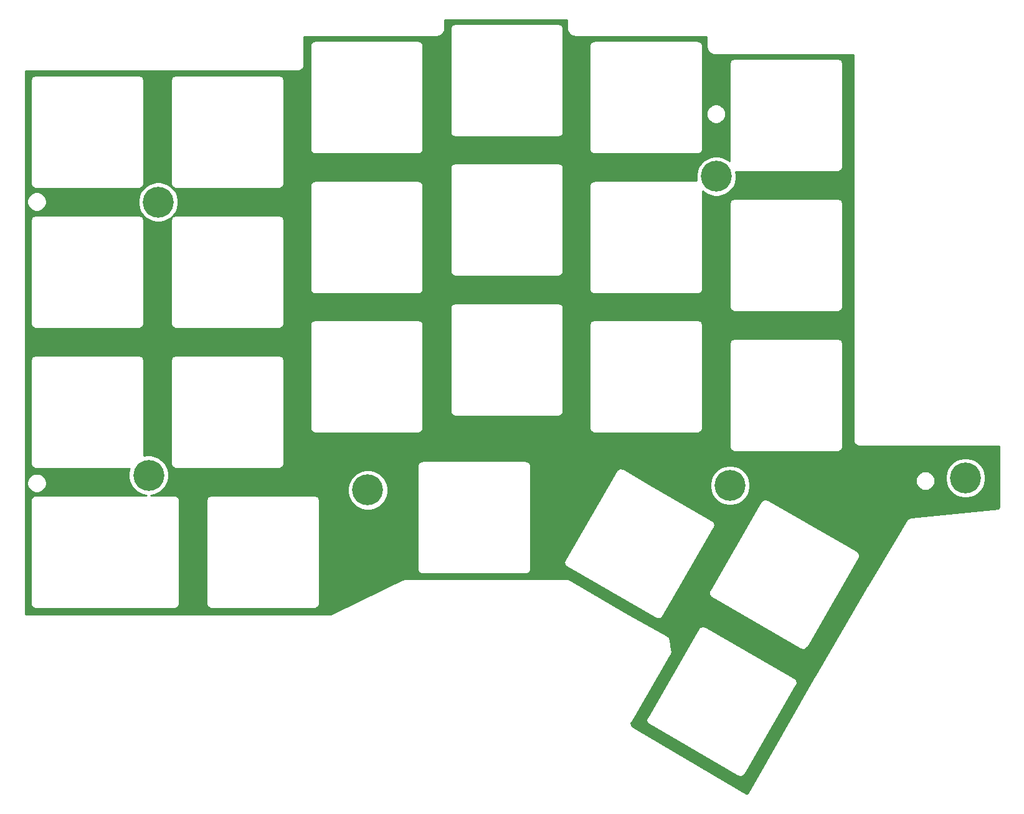
<source format=gbr>
%TF.GenerationSoftware,KiCad,Pcbnew,(5.1.6-0-10_14)*%
%TF.CreationDate,2020-10-01T11:45:18+02:00*%
%TF.ProjectId,cornetrack-top-plate,636f726e-6574-4726-9163-6b2d746f702d,2.1*%
%TF.SameCoordinates,Original*%
%TF.FileFunction,Copper,L2,Bot*%
%TF.FilePolarity,Positive*%
%FSLAX46Y46*%
G04 Gerber Fmt 4.6, Leading zero omitted, Abs format (unit mm)*
G04 Created by KiCad (PCBNEW (5.1.6-0-10_14)) date 2020-10-01 11:45:18*
%MOMM*%
%LPD*%
G01*
G04 APERTURE LIST*
%TA.AperFunction,ComponentPad*%
%ADD10C,4.200000*%
%TD*%
%TA.AperFunction,NonConductor*%
%ADD11C,0.254000*%
%TD*%
G04 APERTURE END LIST*
D10*
%TO.P,Ref\u002A\u002A,*%
%TO.N,*%
X36059500Y-76878000D03*
%TD*%
%TO.P,Ref\u002A\u002A,*%
%TO.N,*%
X115095000Y-78268000D03*
%TD*%
%TO.P,Ref\u002A\u002A,*%
%TO.N,*%
X65860500Y-78896000D03*
%TD*%
%TO.P,Ref\u002A\u002A,*%
%TO.N,*%
X113228500Y-36213500D03*
%TD*%
%TO.P,Ref\u002A\u002A,*%
%TO.N,*%
X37371000Y-39713500D03*
%TD*%
%TO.P,Ref\u002A\u002A,*%
%TO.N,*%
X147099000Y-77252000D03*
%TD*%
D11*
G36*
X92884642Y-16010454D02*
G01*
X92895277Y-16118434D01*
X92910134Y-16167410D01*
X92952920Y-16355741D01*
X92957197Y-16368599D01*
X92959387Y-16381963D01*
X92979799Y-16436544D01*
X92998198Y-16491854D01*
X93004888Y-16503631D01*
X93009634Y-16516321D01*
X93040270Y-16565915D01*
X93069052Y-16616581D01*
X93077902Y-16626834D01*
X93085022Y-16638360D01*
X93091298Y-16646480D01*
X93223904Y-16815567D01*
X93231325Y-16823331D01*
X93237355Y-16832213D01*
X93280807Y-16875102D01*
X93323018Y-16919266D01*
X93331807Y-16925442D01*
X93339446Y-16932982D01*
X93390411Y-16966622D01*
X93440386Y-17001738D01*
X93450202Y-17006087D01*
X93459165Y-17012003D01*
X93468274Y-17016730D01*
X93661338Y-17115214D01*
X93708092Y-17133562D01*
X93753676Y-17154619D01*
X93774716Y-17159707D01*
X93794870Y-17167616D01*
X93844295Y-17176533D01*
X93893105Y-17188336D01*
X93903277Y-17189692D01*
X93966905Y-17197724D01*
X93976443Y-17200617D01*
X94084423Y-17211252D01*
X101121447Y-17211252D01*
X101121498Y-17211257D01*
X101157460Y-17211252D01*
X101193605Y-17211252D01*
X101193656Y-17211247D01*
X111883824Y-17209761D01*
X111883823Y-18509811D01*
X111894458Y-18617791D01*
X111911742Y-18674767D01*
X111953056Y-18856198D01*
X111957340Y-18869054D01*
X111959535Y-18882411D01*
X111979968Y-18936965D01*
X111998402Y-18992288D01*
X112005100Y-19004066D01*
X112009849Y-19016744D01*
X112040500Y-19066308D01*
X112069319Y-19116980D01*
X112078173Y-19127227D01*
X112085297Y-19138747D01*
X112091578Y-19146863D01*
X112224266Y-19315883D01*
X112231691Y-19323644D01*
X112237728Y-19332526D01*
X112281209Y-19375401D01*
X112323431Y-19419532D01*
X112332223Y-19425703D01*
X112339870Y-19433244D01*
X112390853Y-19466858D01*
X112440841Y-19501947D01*
X112450664Y-19506293D01*
X112459629Y-19512204D01*
X112468741Y-19516927D01*
X112661852Y-19615313D01*
X112708620Y-19633639D01*
X112754206Y-19654670D01*
X112775249Y-19659747D01*
X112795411Y-19667648D01*
X112844842Y-19676540D01*
X112893651Y-19688317D01*
X112903824Y-19689669D01*
X113028787Y-19705380D01*
X113051871Y-19706011D01*
X113083089Y-19709086D01*
X113164392Y-19709087D01*
X113172180Y-19709300D01*
X113173433Y-19709087D01*
X131898947Y-19709341D01*
X131886010Y-72135795D01*
X131882444Y-72172000D01*
X131889850Y-72247192D01*
X131896600Y-72315906D01*
X131896626Y-72315991D01*
X131896635Y-72316085D01*
X131918484Y-72388112D01*
X131938594Y-72454464D01*
X131938635Y-72454541D01*
X131938663Y-72454633D01*
X131974013Y-72520768D01*
X132006812Y-72582168D01*
X132006869Y-72582237D01*
X132006913Y-72582320D01*
X132054336Y-72640105D01*
X132098634Y-72694109D01*
X132098702Y-72694165D01*
X132098762Y-72694238D01*
X132157057Y-72742080D01*
X132210529Y-72785985D01*
X132210606Y-72786026D01*
X132210680Y-72786087D01*
X132276681Y-72821365D01*
X132338199Y-72854267D01*
X132338285Y-72854293D01*
X132338367Y-72854337D01*
X132409417Y-72875890D01*
X132476737Y-72896329D01*
X132476825Y-72896338D01*
X132476915Y-72896365D01*
X132551915Y-72903752D01*
X132620818Y-72910555D01*
X132657005Y-72907000D01*
X151634784Y-72907000D01*
X151634785Y-81120101D01*
X151573835Y-81400935D01*
X139713783Y-82611145D01*
X139697098Y-82610318D01*
X139641892Y-82618481D01*
X139622469Y-82620463D01*
X139606197Y-82623759D01*
X139553873Y-82631496D01*
X139535375Y-82638105D01*
X139516127Y-82642004D01*
X139467340Y-82662413D01*
X139417532Y-82680209D01*
X139400681Y-82690299D01*
X139382561Y-82697879D01*
X139338687Y-82727418D01*
X139293314Y-82754586D01*
X139278755Y-82767769D01*
X139262462Y-82778739D01*
X139225202Y-82816262D01*
X139185993Y-82851766D01*
X139174282Y-82867541D01*
X139160446Y-82881475D01*
X139131224Y-82925543D01*
X139121318Y-82938887D01*
X139111265Y-82955642D01*
X139080433Y-83002138D01*
X139074096Y-83017591D01*
X133784983Y-91832780D01*
X133782314Y-91836469D01*
X133766382Y-91863781D01*
X133750167Y-91890806D01*
X133748225Y-91894908D01*
X126668355Y-104031829D01*
X126666098Y-104035020D01*
X126650121Y-104063088D01*
X126633931Y-104090842D01*
X126632310Y-104094377D01*
X117461649Y-120205000D01*
X117326872Y-120205000D01*
X101763233Y-111064450D01*
X101656267Y-110636588D01*
X101885956Y-110239852D01*
X103692956Y-110239852D01*
X103715256Y-110374927D01*
X103763481Y-110503055D01*
X103835774Y-110619313D01*
X103929360Y-110719234D01*
X103969819Y-110748226D01*
X104040642Y-110798977D01*
X104071883Y-110813132D01*
X116137124Y-117779003D01*
X116164998Y-117798977D01*
X116196232Y-117813129D01*
X116196239Y-117813133D01*
X116252994Y-117838848D01*
X116289698Y-117855478D01*
X116372605Y-117874809D01*
X116423023Y-117886565D01*
X116559852Y-117891044D01*
X116694927Y-117868744D01*
X116823055Y-117820519D01*
X116939313Y-117748226D01*
X117039234Y-117654640D01*
X117098998Y-117571239D01*
X117099003Y-117571231D01*
X117118976Y-117543358D01*
X117133128Y-117512125D01*
X124099007Y-105446869D01*
X124118976Y-105419002D01*
X124133124Y-105387776D01*
X124133133Y-105387761D01*
X124175477Y-105294303D01*
X124206565Y-105160977D01*
X124211044Y-105024148D01*
X124211044Y-105024147D01*
X124188744Y-104889072D01*
X124140519Y-104760943D01*
X124068225Y-104644686D01*
X123974639Y-104544765D01*
X123891239Y-104485001D01*
X123891224Y-104484992D01*
X123863358Y-104465024D01*
X123832133Y-104450876D01*
X111766873Y-97484996D01*
X111739002Y-97465024D01*
X111707771Y-97450873D01*
X111707760Y-97450867D01*
X111614302Y-97408522D01*
X111480975Y-97377435D01*
X111344148Y-97372956D01*
X111344147Y-97372956D01*
X111209072Y-97395256D01*
X111080943Y-97443481D01*
X110991794Y-97498918D01*
X110964687Y-97515774D01*
X110964686Y-97515775D01*
X110864765Y-97609361D01*
X110805001Y-97692761D01*
X110804996Y-97692769D01*
X110785023Y-97720642D01*
X110770871Y-97751875D01*
X103805000Y-109817120D01*
X103785023Y-109844998D01*
X103728522Y-109969698D01*
X103697435Y-110103025D01*
X103692956Y-110239852D01*
X101885956Y-110239852D01*
X107059326Y-101304033D01*
X107059987Y-101303277D01*
X107095415Y-101241697D01*
X107113178Y-101211016D01*
X107113597Y-101210095D01*
X107132187Y-101177782D01*
X107143475Y-101144362D01*
X107158076Y-101112239D01*
X107166587Y-101075933D01*
X107178517Y-101040612D01*
X107183069Y-101005628D01*
X107191121Y-100971278D01*
X107192386Y-100934013D01*
X107197196Y-100897040D01*
X107194835Y-100861841D01*
X107196032Y-100826579D01*
X107190002Y-100789785D01*
X107189935Y-100788780D01*
X107184125Y-100753923D01*
X107172618Y-100683702D01*
X107172265Y-100682761D01*
X106941721Y-99299502D01*
X106941752Y-99298414D01*
X106929821Y-99228099D01*
X106924063Y-99193553D01*
X106923782Y-99192510D01*
X106917531Y-99155672D01*
X106904984Y-99122779D01*
X106895821Y-99088791D01*
X106879247Y-99055311D01*
X106865929Y-99020398D01*
X106847204Y-98990582D01*
X106831588Y-98959038D01*
X106808801Y-98929435D01*
X106788927Y-98897790D01*
X106764746Y-98872201D01*
X106743275Y-98844308D01*
X106715151Y-98819720D01*
X106689486Y-98792561D01*
X106660772Y-98772178D01*
X106634276Y-98749013D01*
X106601899Y-98730386D01*
X106601009Y-98729754D01*
X106570245Y-98712175D01*
X106508781Y-98676813D01*
X106507757Y-98676467D01*
X101238060Y-95665212D01*
X93417400Y-91124186D01*
X93407320Y-91115913D01*
X93354872Y-91087879D01*
X93334846Y-91076251D01*
X93323066Y-91070879D01*
X93279633Y-91047663D01*
X93257329Y-91040897D01*
X93236126Y-91031227D01*
X93188207Y-91019929D01*
X93141085Y-91005635D01*
X93117887Y-91003350D01*
X93095207Y-90998003D01*
X93046009Y-90996271D01*
X93033105Y-90995000D01*
X93009909Y-90995000D01*
X92950515Y-90992909D01*
X92937653Y-90995000D01*
X70912774Y-90995000D01*
X70854241Y-90992802D01*
X70804781Y-91000724D01*
X70754915Y-91005635D01*
X70733436Y-91012151D01*
X70711281Y-91015699D01*
X70664316Y-91033118D01*
X70616367Y-91047663D01*
X70564690Y-91075285D01*
X60823487Y-95821000D01*
X19308241Y-95821000D01*
X19308276Y-94312000D01*
X20005565Y-94312000D01*
X20012465Y-94382060D01*
X20019125Y-94450434D01*
X20019235Y-94450798D01*
X20019273Y-94451184D01*
X20039699Y-94518520D01*
X20059581Y-94584314D01*
X20059759Y-94584648D01*
X20059872Y-94585020D01*
X20093122Y-94647227D01*
X20125377Y-94707727D01*
X20125616Y-94708019D01*
X20125800Y-94708363D01*
X20170581Y-94762929D01*
X20213986Y-94815934D01*
X20214278Y-94816174D01*
X20214525Y-94816475D01*
X20268926Y-94861121D01*
X20322003Y-94904775D01*
X20322338Y-94904954D01*
X20322637Y-94905200D01*
X20384470Y-94938250D01*
X20445275Y-94970835D01*
X20445639Y-94970946D01*
X20445980Y-94971128D01*
X20513129Y-94991498D01*
X20579068Y-95011577D01*
X20579445Y-95011615D01*
X20579816Y-95011727D01*
X20649649Y-95018605D01*
X20718237Y-95025434D01*
X20753491Y-95022000D01*
X39510123Y-95022000D01*
X39545000Y-95025435D01*
X39579877Y-95022000D01*
X39684184Y-95011727D01*
X39818020Y-94971128D01*
X39941363Y-94905200D01*
X40049475Y-94816475D01*
X40138200Y-94708363D01*
X40204128Y-94585020D01*
X40244727Y-94451184D01*
X40258435Y-94312000D01*
X40255000Y-94277123D01*
X40255000Y-80347105D01*
X40258435Y-80312455D01*
X40258391Y-80312000D01*
X43896638Y-80312000D01*
X43900000Y-80346135D01*
X43900001Y-94277855D01*
X43896638Y-94312000D01*
X43910057Y-94448244D01*
X43949798Y-94579252D01*
X44014333Y-94699989D01*
X44101183Y-94805817D01*
X44207011Y-94892667D01*
X44327748Y-94957202D01*
X44458756Y-94996943D01*
X44560865Y-95007000D01*
X44560866Y-95007000D01*
X44595000Y-95010362D01*
X44629135Y-95007000D01*
X58560865Y-95007000D01*
X58595000Y-95010362D01*
X58629134Y-95007000D01*
X58629135Y-95007000D01*
X58731244Y-94996943D01*
X58862252Y-94957202D01*
X58982989Y-94892667D01*
X59088817Y-94805817D01*
X59175667Y-94699989D01*
X59240202Y-94579252D01*
X59279943Y-94448244D01*
X59293362Y-94312000D01*
X59290000Y-94277865D01*
X59290000Y-80346135D01*
X59293362Y-80312000D01*
X59279943Y-80175756D01*
X59240202Y-80044748D01*
X59175667Y-79924011D01*
X59088817Y-79818183D01*
X58982989Y-79731333D01*
X58862252Y-79666798D01*
X58731244Y-79627057D01*
X58629135Y-79617000D01*
X58595000Y-79613638D01*
X58560866Y-79617000D01*
X44629134Y-79617000D01*
X44595000Y-79613638D01*
X44560865Y-79617000D01*
X44458756Y-79627057D01*
X44327748Y-79666798D01*
X44207011Y-79731333D01*
X44101183Y-79818183D01*
X44014333Y-79924011D01*
X43949798Y-80044748D01*
X43910057Y-80175756D01*
X43896638Y-80312000D01*
X40258391Y-80312000D01*
X40255000Y-80277350D01*
X40255000Y-80277123D01*
X40251563Y-80242227D01*
X40244815Y-80173263D01*
X40244750Y-80173048D01*
X40244727Y-80172816D01*
X40224277Y-80105400D01*
X40204302Y-80039401D01*
X40204195Y-80039200D01*
X40204128Y-80038980D01*
X40170850Y-79976721D01*
X40138452Y-79916016D01*
X40138310Y-79915843D01*
X40138200Y-79915637D01*
X40093630Y-79861329D01*
X40049796Y-79807847D01*
X40049619Y-79807701D01*
X40049474Y-79807525D01*
X39995906Y-79763563D01*
X39941741Y-79719053D01*
X39941538Y-79718944D01*
X39941362Y-79718800D01*
X39879850Y-79685921D01*
X39818440Y-79653047D01*
X39818223Y-79652981D01*
X39818019Y-79652872D01*
X39751041Y-79632554D01*
X39684630Y-79612362D01*
X39684402Y-79612339D01*
X39684183Y-79612273D01*
X39614188Y-79605379D01*
X39580330Y-79602023D01*
X39580109Y-79602023D01*
X39545000Y-79598565D01*
X39510343Y-79601978D01*
X36394277Y-79599990D01*
X36857270Y-79507895D01*
X37355008Y-79301725D01*
X37802961Y-79002413D01*
X38178748Y-78626626D01*
X63125500Y-78626626D01*
X63125500Y-79165374D01*
X63230605Y-79693770D01*
X63436775Y-80191508D01*
X63736087Y-80639461D01*
X64117039Y-81020413D01*
X64564992Y-81319725D01*
X65062730Y-81525895D01*
X65591126Y-81631000D01*
X66129874Y-81631000D01*
X66658270Y-81525895D01*
X67156008Y-81319725D01*
X67603961Y-81020413D01*
X67984913Y-80639461D01*
X68284225Y-80191508D01*
X68490395Y-79693770D01*
X68595500Y-79165374D01*
X68595500Y-78626626D01*
X68490395Y-78098230D01*
X68284225Y-77600492D01*
X67984913Y-77152539D01*
X67603961Y-76771587D01*
X67156008Y-76472275D01*
X66658270Y-76266105D01*
X66129874Y-76161000D01*
X65591126Y-76161000D01*
X65062730Y-76266105D01*
X64564992Y-76472275D01*
X64117039Y-76771587D01*
X63736087Y-77152539D01*
X63436775Y-77600492D01*
X63230605Y-78098230D01*
X63125500Y-78626626D01*
X38178748Y-78626626D01*
X38183913Y-78621461D01*
X38483225Y-78173508D01*
X38689395Y-77675770D01*
X38794500Y-77147374D01*
X38794500Y-76608626D01*
X38689395Y-76080230D01*
X38483225Y-75582492D01*
X38183913Y-75134539D01*
X37802961Y-74753587D01*
X37355008Y-74454275D01*
X36857270Y-74248105D01*
X36328874Y-74143000D01*
X35790126Y-74143000D01*
X35414000Y-74217816D01*
X35414000Y-61296135D01*
X35417362Y-61262000D01*
X39070638Y-61262000D01*
X39074000Y-61296135D01*
X39074001Y-75227855D01*
X39070638Y-75262000D01*
X39084057Y-75398244D01*
X39123798Y-75529252D01*
X39188333Y-75649989D01*
X39275183Y-75755817D01*
X39381011Y-75842667D01*
X39501748Y-75907202D01*
X39632756Y-75946943D01*
X39734865Y-75957000D01*
X39734866Y-75957000D01*
X39769000Y-75960362D01*
X39803135Y-75957000D01*
X53734865Y-75957000D01*
X53769000Y-75960362D01*
X53803134Y-75957000D01*
X53803135Y-75957000D01*
X53905244Y-75946943D01*
X54036252Y-75907202D01*
X54156989Y-75842667D01*
X54262817Y-75755817D01*
X54349667Y-75649989D01*
X54369437Y-75613000D01*
X72598638Y-75613000D01*
X72602000Y-75647135D01*
X72602001Y-89578855D01*
X72598638Y-89613000D01*
X72612057Y-89749244D01*
X72651798Y-89880252D01*
X72716333Y-90000989D01*
X72803183Y-90106817D01*
X72909011Y-90193667D01*
X73029748Y-90258202D01*
X73160756Y-90297943D01*
X73262865Y-90308000D01*
X73262866Y-90308000D01*
X73297000Y-90311362D01*
X73331135Y-90308000D01*
X87262865Y-90308000D01*
X87297000Y-90311362D01*
X87331134Y-90308000D01*
X87331135Y-90308000D01*
X87433244Y-90297943D01*
X87564252Y-90258202D01*
X87684989Y-90193667D01*
X87790817Y-90106817D01*
X87877667Y-90000989D01*
X87942202Y-89880252D01*
X87981943Y-89749244D01*
X87995362Y-89613000D01*
X87992000Y-89578865D01*
X87992000Y-88776852D01*
X92516956Y-88776852D01*
X92539256Y-88911927D01*
X92587481Y-89040055D01*
X92659774Y-89156313D01*
X92753360Y-89256234D01*
X92793819Y-89285226D01*
X92864642Y-89335977D01*
X92895883Y-89350132D01*
X104961124Y-96316003D01*
X104988998Y-96335977D01*
X105020232Y-96350129D01*
X105020239Y-96350133D01*
X105076994Y-96375848D01*
X105113698Y-96392478D01*
X105196605Y-96411809D01*
X105247023Y-96423565D01*
X105383852Y-96428044D01*
X105518927Y-96405744D01*
X105647055Y-96357519D01*
X105763313Y-96285226D01*
X105863234Y-96191640D01*
X105922998Y-96108239D01*
X105923003Y-96108231D01*
X105942976Y-96080358D01*
X105957128Y-96049125D01*
X107736101Y-92967852D01*
X112201956Y-92967852D01*
X112224256Y-93102927D01*
X112272481Y-93231055D01*
X112344774Y-93347313D01*
X112438360Y-93447234D01*
X112478819Y-93476226D01*
X112549642Y-93526977D01*
X112580883Y-93541132D01*
X124646124Y-100507003D01*
X124673998Y-100526977D01*
X124705232Y-100541129D01*
X124705239Y-100541133D01*
X124761994Y-100566848D01*
X124798698Y-100583478D01*
X124881605Y-100602809D01*
X124932023Y-100614565D01*
X125068852Y-100619044D01*
X125203927Y-100596744D01*
X125332055Y-100548519D01*
X125448313Y-100476226D01*
X125548234Y-100382640D01*
X125607998Y-100299239D01*
X125608003Y-100299231D01*
X125627976Y-100271358D01*
X125642128Y-100240125D01*
X132608007Y-88174869D01*
X132627976Y-88147002D01*
X132642124Y-88115776D01*
X132642133Y-88115761D01*
X132684477Y-88022303D01*
X132715565Y-87888977D01*
X132720044Y-87752148D01*
X132697744Y-87617073D01*
X132697744Y-87617072D01*
X132649519Y-87488943D01*
X132577225Y-87372686D01*
X132483639Y-87272765D01*
X132400239Y-87213001D01*
X132400224Y-87212992D01*
X132372358Y-87193024D01*
X132341133Y-87178876D01*
X120275873Y-80212996D01*
X120248002Y-80193024D01*
X120216771Y-80178873D01*
X120216760Y-80178867D01*
X120123302Y-80136522D01*
X119989975Y-80105435D01*
X119853148Y-80100956D01*
X119853147Y-80100956D01*
X119718072Y-80123256D01*
X119589943Y-80171481D01*
X119500794Y-80226918D01*
X119473687Y-80243774D01*
X119437288Y-80277865D01*
X119373765Y-80337361D01*
X119314001Y-80420761D01*
X119313996Y-80420769D01*
X119294023Y-80448642D01*
X119279871Y-80479875D01*
X112314000Y-92545120D01*
X112294023Y-92572998D01*
X112237522Y-92697698D01*
X112206435Y-92831025D01*
X112201956Y-92967852D01*
X107736101Y-92967852D01*
X112923007Y-83983869D01*
X112942976Y-83956002D01*
X112957124Y-83924776D01*
X112957133Y-83924761D01*
X112999477Y-83831303D01*
X113030565Y-83697977D01*
X113035044Y-83561148D01*
X113012744Y-83426073D01*
X113012744Y-83426072D01*
X112964519Y-83297943D01*
X112892225Y-83181686D01*
X112798639Y-83081765D01*
X112715239Y-83022001D01*
X112715224Y-83021992D01*
X112687358Y-83002024D01*
X112656133Y-82987876D01*
X104014498Y-77998626D01*
X112360000Y-77998626D01*
X112360000Y-78537374D01*
X112465105Y-79065770D01*
X112671275Y-79563508D01*
X112970587Y-80011461D01*
X113351539Y-80392413D01*
X113799492Y-80691725D01*
X114297230Y-80897895D01*
X114825626Y-81003000D01*
X115364374Y-81003000D01*
X115892770Y-80897895D01*
X116390508Y-80691725D01*
X116838461Y-80392413D01*
X117219413Y-80011461D01*
X117518725Y-79563508D01*
X117724895Y-79065770D01*
X117830000Y-78537374D01*
X117830000Y-77998626D01*
X117731322Y-77502539D01*
X140313409Y-77502539D01*
X140313409Y-77763461D01*
X140364312Y-78019369D01*
X140464163Y-78260429D01*
X140609123Y-78477377D01*
X140793623Y-78661877D01*
X141010571Y-78806837D01*
X141251631Y-78906688D01*
X141507539Y-78957591D01*
X141768461Y-78957591D01*
X142024369Y-78906688D01*
X142265429Y-78806837D01*
X142482377Y-78661877D01*
X142666877Y-78477377D01*
X142811837Y-78260429D01*
X142911688Y-78019369D01*
X142962591Y-77763461D01*
X142962591Y-77502539D01*
X142911688Y-77246631D01*
X142811837Y-77005571D01*
X142796506Y-76982626D01*
X144364000Y-76982626D01*
X144364000Y-77521374D01*
X144469105Y-78049770D01*
X144675275Y-78547508D01*
X144974587Y-78995461D01*
X145355539Y-79376413D01*
X145803492Y-79675725D01*
X146301230Y-79881895D01*
X146829626Y-79987000D01*
X147368374Y-79987000D01*
X147896770Y-79881895D01*
X148394508Y-79675725D01*
X148842461Y-79376413D01*
X149223413Y-78995461D01*
X149522725Y-78547508D01*
X149728895Y-78049770D01*
X149834000Y-77521374D01*
X149834000Y-76982626D01*
X149728895Y-76454230D01*
X149522725Y-75956492D01*
X149223413Y-75508539D01*
X148842461Y-75127587D01*
X148394508Y-74828275D01*
X147896770Y-74622105D01*
X147368374Y-74517000D01*
X146829626Y-74517000D01*
X146301230Y-74622105D01*
X145803492Y-74828275D01*
X145355539Y-75127587D01*
X144974587Y-75508539D01*
X144675275Y-75956492D01*
X144469105Y-76454230D01*
X144364000Y-76982626D01*
X142796506Y-76982626D01*
X142666877Y-76788623D01*
X142482377Y-76604123D01*
X142265429Y-76459163D01*
X142024369Y-76359312D01*
X141768461Y-76308409D01*
X141507539Y-76308409D01*
X141251631Y-76359312D01*
X141010571Y-76459163D01*
X140793623Y-76604123D01*
X140609123Y-76788623D01*
X140464163Y-77005571D01*
X140364312Y-77246631D01*
X140313409Y-77502539D01*
X117731322Y-77502539D01*
X117724895Y-77470230D01*
X117518725Y-76972492D01*
X117219413Y-76524539D01*
X116838461Y-76143587D01*
X116390508Y-75844275D01*
X115892770Y-75638105D01*
X115364374Y-75533000D01*
X114825626Y-75533000D01*
X114297230Y-75638105D01*
X113799492Y-75844275D01*
X113351539Y-76143587D01*
X112970587Y-76524539D01*
X112671275Y-76972492D01*
X112465105Y-77470230D01*
X112360000Y-77998626D01*
X104014498Y-77998626D01*
X100590873Y-76021996D01*
X100563002Y-76002024D01*
X100531771Y-75987873D01*
X100531760Y-75987867D01*
X100438302Y-75945522D01*
X100304975Y-75914435D01*
X100168148Y-75909956D01*
X100168147Y-75909956D01*
X100033072Y-75932256D01*
X99904943Y-75980481D01*
X99815794Y-76035918D01*
X99788687Y-76052774D01*
X99757731Y-76081767D01*
X99688765Y-76146361D01*
X99629001Y-76229761D01*
X99628996Y-76229769D01*
X99609023Y-76257642D01*
X99594871Y-76288875D01*
X92629000Y-88354120D01*
X92609023Y-88381998D01*
X92594869Y-88413237D01*
X92594867Y-88413240D01*
X92589918Y-88424163D01*
X92552522Y-88506698D01*
X92521435Y-88640025D01*
X92516956Y-88776852D01*
X87992000Y-88776852D01*
X87992000Y-75647135D01*
X87995362Y-75613000D01*
X87981943Y-75476756D01*
X87942202Y-75345748D01*
X87877667Y-75225011D01*
X87790817Y-75119183D01*
X87684989Y-75032333D01*
X87564252Y-74967798D01*
X87433244Y-74928057D01*
X87331135Y-74918000D01*
X87297000Y-74914638D01*
X87262866Y-74918000D01*
X73331134Y-74918000D01*
X73297000Y-74914638D01*
X73262865Y-74918000D01*
X73160756Y-74928057D01*
X73029748Y-74967798D01*
X72909011Y-75032333D01*
X72803183Y-75119183D01*
X72716333Y-75225011D01*
X72651798Y-75345748D01*
X72612057Y-75476756D01*
X72598638Y-75613000D01*
X54369437Y-75613000D01*
X54414202Y-75529252D01*
X54453943Y-75398244D01*
X54467362Y-75262000D01*
X54464000Y-75227865D01*
X54464000Y-61296135D01*
X54467362Y-61262000D01*
X54453943Y-61125756D01*
X54414202Y-60994748D01*
X54349667Y-60874011D01*
X54262817Y-60768183D01*
X54156989Y-60681333D01*
X54036252Y-60616798D01*
X53905244Y-60577057D01*
X53803135Y-60567000D01*
X53769000Y-60563638D01*
X53734866Y-60567000D01*
X39803134Y-60567000D01*
X39769000Y-60563638D01*
X39734865Y-60567000D01*
X39632756Y-60577057D01*
X39501748Y-60616798D01*
X39381011Y-60681333D01*
X39275183Y-60768183D01*
X39188333Y-60874011D01*
X39123798Y-60994748D01*
X39084057Y-61125756D01*
X39070638Y-61262000D01*
X35417362Y-61262000D01*
X35403943Y-61125756D01*
X35364202Y-60994748D01*
X35299667Y-60874011D01*
X35212817Y-60768183D01*
X35106989Y-60681333D01*
X34986252Y-60616798D01*
X34855244Y-60577057D01*
X34753135Y-60567000D01*
X34719000Y-60563638D01*
X34684866Y-60567000D01*
X20753134Y-60567000D01*
X20719000Y-60563638D01*
X20684865Y-60567000D01*
X20582756Y-60577057D01*
X20451748Y-60616798D01*
X20331011Y-60681333D01*
X20225183Y-60768183D01*
X20138333Y-60874011D01*
X20073798Y-60994748D01*
X20034057Y-61125756D01*
X20020638Y-61262000D01*
X20024000Y-61296135D01*
X20024001Y-75227855D01*
X20020638Y-75262000D01*
X20034057Y-75398244D01*
X20073798Y-75529252D01*
X20138333Y-75649989D01*
X20225183Y-75755817D01*
X20331011Y-75842667D01*
X20451748Y-75907202D01*
X20582756Y-75946943D01*
X20684865Y-75957000D01*
X20684866Y-75957000D01*
X20719000Y-75960362D01*
X20753135Y-75957000D01*
X33480649Y-75957000D01*
X33429605Y-76080230D01*
X33324500Y-76608626D01*
X33324500Y-77147374D01*
X33429605Y-77675770D01*
X33635775Y-78173508D01*
X33935087Y-78621461D01*
X34316039Y-79002413D01*
X34763992Y-79301725D01*
X35261730Y-79507895D01*
X35722569Y-79599562D01*
X20769478Y-79590023D01*
X20734763Y-79586566D01*
X20699734Y-79589978D01*
X20699576Y-79589978D01*
X20664385Y-79593421D01*
X20595566Y-79600125D01*
X20595417Y-79600170D01*
X20595263Y-79600185D01*
X20527600Y-79620663D01*
X20461686Y-79640581D01*
X20461553Y-79640652D01*
X20461401Y-79640698D01*
X20398849Y-79674082D01*
X20338273Y-79706377D01*
X20338154Y-79706474D01*
X20338016Y-79706548D01*
X20283385Y-79751324D01*
X20230066Y-79794986D01*
X20229969Y-79795104D01*
X20229847Y-79795204D01*
X20184799Y-79850024D01*
X20141225Y-79903003D01*
X20141153Y-79903137D01*
X20141053Y-79903259D01*
X20108010Y-79964984D01*
X20075165Y-80026275D01*
X20075119Y-80026425D01*
X20075047Y-80026560D01*
X20054623Y-80093734D01*
X20034423Y-80160068D01*
X20034408Y-80160219D01*
X20034362Y-80160370D01*
X20027515Y-80229443D01*
X20024038Y-80264363D01*
X20024038Y-80264521D01*
X20020566Y-80299545D01*
X20023963Y-80334266D01*
X20009038Y-94276734D01*
X20005565Y-94312000D01*
X19308276Y-94312000D01*
X19308668Y-77824539D01*
X19536409Y-77824539D01*
X19536409Y-78085461D01*
X19587312Y-78341369D01*
X19687163Y-78582429D01*
X19832123Y-78799377D01*
X20016623Y-78983877D01*
X20233571Y-79128837D01*
X20474631Y-79228688D01*
X20730539Y-79279591D01*
X20991461Y-79279591D01*
X21247369Y-79228688D01*
X21488429Y-79128837D01*
X21705377Y-78983877D01*
X21889877Y-78799377D01*
X22034837Y-78582429D01*
X22134688Y-78341369D01*
X22185591Y-78085461D01*
X22185591Y-77824539D01*
X22134688Y-77568631D01*
X22034837Y-77327571D01*
X21889877Y-77110623D01*
X21705377Y-76926123D01*
X21488429Y-76781163D01*
X21247369Y-76681312D01*
X20991461Y-76630409D01*
X20730539Y-76630409D01*
X20474631Y-76681312D01*
X20233571Y-76781163D01*
X20016623Y-76926123D01*
X19832123Y-77110623D01*
X19687163Y-77327571D01*
X19587312Y-77568631D01*
X19536409Y-77824539D01*
X19308668Y-77824539D01*
X19309514Y-42212000D01*
X20020638Y-42212000D01*
X20024000Y-42246135D01*
X20024001Y-56177855D01*
X20020638Y-56212000D01*
X20034057Y-56348244D01*
X20073798Y-56479252D01*
X20138333Y-56599989D01*
X20225183Y-56705817D01*
X20331011Y-56792667D01*
X20451748Y-56857202D01*
X20582756Y-56896943D01*
X20684865Y-56907000D01*
X20684866Y-56907000D01*
X20719000Y-56910362D01*
X20753135Y-56907000D01*
X34684865Y-56907000D01*
X34719000Y-56910362D01*
X34753134Y-56907000D01*
X34753135Y-56907000D01*
X34855244Y-56896943D01*
X34986252Y-56857202D01*
X35106989Y-56792667D01*
X35212817Y-56705817D01*
X35299667Y-56599989D01*
X35364202Y-56479252D01*
X35403943Y-56348244D01*
X35417362Y-56212000D01*
X35414000Y-56177865D01*
X35414000Y-42246135D01*
X35417362Y-42212000D01*
X35403943Y-42075756D01*
X35364202Y-41944748D01*
X35299667Y-41824011D01*
X35212817Y-41718183D01*
X35106989Y-41631333D01*
X34986252Y-41566798D01*
X34855244Y-41527057D01*
X34753135Y-41517000D01*
X34719000Y-41513638D01*
X34684866Y-41517000D01*
X20753134Y-41517000D01*
X20719000Y-41513638D01*
X20684865Y-41517000D01*
X20582756Y-41527057D01*
X20451748Y-41566798D01*
X20331011Y-41631333D01*
X20225183Y-41718183D01*
X20138333Y-41824011D01*
X20073798Y-41944748D01*
X20034057Y-42075756D01*
X20020638Y-42212000D01*
X19309514Y-42212000D01*
X19309578Y-39529539D01*
X19536409Y-39529539D01*
X19536409Y-39790461D01*
X19587312Y-40046369D01*
X19687163Y-40287429D01*
X19832123Y-40504377D01*
X20016623Y-40688877D01*
X20233571Y-40833837D01*
X20474631Y-40933688D01*
X20730539Y-40984591D01*
X20991461Y-40984591D01*
X21247369Y-40933688D01*
X21488429Y-40833837D01*
X21705377Y-40688877D01*
X21889877Y-40504377D01*
X22034837Y-40287429D01*
X22134688Y-40046369D01*
X22185591Y-39790461D01*
X22185591Y-39529539D01*
X22168602Y-39444126D01*
X34636000Y-39444126D01*
X34636000Y-39982874D01*
X34741105Y-40511270D01*
X34947275Y-41009008D01*
X35246587Y-41456961D01*
X35627539Y-41837913D01*
X36075492Y-42137225D01*
X36573230Y-42343395D01*
X37101626Y-42448500D01*
X37640374Y-42448500D01*
X38168770Y-42343395D01*
X38485985Y-42212000D01*
X39070638Y-42212000D01*
X39074000Y-42246135D01*
X39074001Y-56177855D01*
X39070638Y-56212000D01*
X39084057Y-56348244D01*
X39123798Y-56479252D01*
X39188333Y-56599989D01*
X39275183Y-56705817D01*
X39381011Y-56792667D01*
X39501748Y-56857202D01*
X39632756Y-56896943D01*
X39734865Y-56907000D01*
X39734866Y-56907000D01*
X39769000Y-56910362D01*
X39803135Y-56907000D01*
X53734865Y-56907000D01*
X53769000Y-56910362D01*
X53803134Y-56907000D01*
X53803135Y-56907000D01*
X53905244Y-56896943D01*
X54036252Y-56857202D01*
X54156989Y-56792667D01*
X54262817Y-56705817D01*
X54349667Y-56599989D01*
X54414202Y-56479252D01*
X54427322Y-56436000D01*
X57993638Y-56436000D01*
X57997000Y-56470135D01*
X57997001Y-70401855D01*
X57993638Y-70436000D01*
X58007057Y-70572244D01*
X58046798Y-70703252D01*
X58111333Y-70823989D01*
X58198183Y-70929817D01*
X58304011Y-71016667D01*
X58424748Y-71081202D01*
X58555756Y-71120943D01*
X58657865Y-71131000D01*
X58657866Y-71131000D01*
X58692000Y-71134362D01*
X58726135Y-71131000D01*
X72657865Y-71131000D01*
X72692000Y-71134362D01*
X72726134Y-71131000D01*
X72726135Y-71131000D01*
X72828244Y-71120943D01*
X72959252Y-71081202D01*
X73079989Y-71016667D01*
X73185817Y-70929817D01*
X73272667Y-70823989D01*
X73337202Y-70703252D01*
X73376943Y-70572244D01*
X73390362Y-70436000D01*
X73387000Y-70401865D01*
X73387000Y-56470135D01*
X73390362Y-56436000D01*
X73376943Y-56299756D01*
X73337202Y-56168748D01*
X73272667Y-56048011D01*
X73185817Y-55942183D01*
X73079989Y-55855333D01*
X72959252Y-55790798D01*
X72828244Y-55751057D01*
X72726135Y-55741000D01*
X72692000Y-55737638D01*
X72657866Y-55741000D01*
X58726134Y-55741000D01*
X58692000Y-55737638D01*
X58657865Y-55741000D01*
X58555756Y-55751057D01*
X58424748Y-55790798D01*
X58304011Y-55855333D01*
X58198183Y-55942183D01*
X58111333Y-56048011D01*
X58046798Y-56168748D01*
X58007057Y-56299756D01*
X57993638Y-56436000D01*
X54427322Y-56436000D01*
X54453943Y-56348244D01*
X54467362Y-56212000D01*
X54464000Y-56177865D01*
X54464000Y-54150000D01*
X77043638Y-54150000D01*
X77047000Y-54184135D01*
X77047001Y-68115855D01*
X77043638Y-68150000D01*
X77057057Y-68286244D01*
X77096798Y-68417252D01*
X77161333Y-68537989D01*
X77248183Y-68643817D01*
X77354011Y-68730667D01*
X77474748Y-68795202D01*
X77605756Y-68834943D01*
X77707865Y-68845000D01*
X77707866Y-68845000D01*
X77742000Y-68848362D01*
X77776135Y-68845000D01*
X91707865Y-68845000D01*
X91742000Y-68848362D01*
X91776134Y-68845000D01*
X91776135Y-68845000D01*
X91878244Y-68834943D01*
X92009252Y-68795202D01*
X92129989Y-68730667D01*
X92235817Y-68643817D01*
X92322667Y-68537989D01*
X92387202Y-68417252D01*
X92426943Y-68286244D01*
X92440362Y-68150000D01*
X92437000Y-68115865D01*
X92437000Y-56436000D01*
X95966638Y-56436000D01*
X95970000Y-56470135D01*
X95970001Y-70401855D01*
X95966638Y-70436000D01*
X95980057Y-70572244D01*
X96019798Y-70703252D01*
X96084333Y-70823989D01*
X96171183Y-70929817D01*
X96277011Y-71016667D01*
X96397748Y-71081202D01*
X96528756Y-71120943D01*
X96630865Y-71131000D01*
X96630866Y-71131000D01*
X96665000Y-71134362D01*
X96699135Y-71131000D01*
X110630865Y-71131000D01*
X110665000Y-71134362D01*
X110699134Y-71131000D01*
X110699135Y-71131000D01*
X110801244Y-71120943D01*
X110932252Y-71081202D01*
X111052989Y-71016667D01*
X111158817Y-70929817D01*
X111245667Y-70823989D01*
X111310202Y-70703252D01*
X111349943Y-70572244D01*
X111363362Y-70436000D01*
X111360000Y-70401865D01*
X111360000Y-58976000D01*
X115016638Y-58976000D01*
X115020000Y-59010135D01*
X115020001Y-72941855D01*
X115016638Y-72976000D01*
X115030057Y-73112244D01*
X115069798Y-73243252D01*
X115134333Y-73363989D01*
X115221183Y-73469817D01*
X115327011Y-73556667D01*
X115447748Y-73621202D01*
X115578756Y-73660943D01*
X115680865Y-73671000D01*
X115680866Y-73671000D01*
X115715000Y-73674362D01*
X115749135Y-73671000D01*
X129680865Y-73671000D01*
X129715000Y-73674362D01*
X129749134Y-73671000D01*
X129749135Y-73671000D01*
X129851244Y-73660943D01*
X129982252Y-73621202D01*
X130102989Y-73556667D01*
X130208817Y-73469817D01*
X130295667Y-73363989D01*
X130360202Y-73243252D01*
X130399943Y-73112244D01*
X130413362Y-72976000D01*
X130410000Y-72941865D01*
X130410000Y-59010135D01*
X130413362Y-58976000D01*
X130399943Y-58839756D01*
X130360202Y-58708748D01*
X130295667Y-58588011D01*
X130208817Y-58482183D01*
X130102989Y-58395333D01*
X129982252Y-58330798D01*
X129851244Y-58291057D01*
X129749135Y-58281000D01*
X129715000Y-58277638D01*
X129680866Y-58281000D01*
X115749134Y-58281000D01*
X115715000Y-58277638D01*
X115680865Y-58281000D01*
X115578756Y-58291057D01*
X115447748Y-58330798D01*
X115327011Y-58395333D01*
X115221183Y-58482183D01*
X115134333Y-58588011D01*
X115069798Y-58708748D01*
X115030057Y-58839756D01*
X115016638Y-58976000D01*
X111360000Y-58976000D01*
X111360000Y-56470135D01*
X111363362Y-56436000D01*
X111349943Y-56299756D01*
X111310202Y-56168748D01*
X111245667Y-56048011D01*
X111158817Y-55942183D01*
X111052989Y-55855333D01*
X110932252Y-55790798D01*
X110801244Y-55751057D01*
X110699135Y-55741000D01*
X110665000Y-55737638D01*
X110630866Y-55741000D01*
X96699134Y-55741000D01*
X96665000Y-55737638D01*
X96630865Y-55741000D01*
X96528756Y-55751057D01*
X96397748Y-55790798D01*
X96277011Y-55855333D01*
X96171183Y-55942183D01*
X96084333Y-56048011D01*
X96019798Y-56168748D01*
X95980057Y-56299756D01*
X95966638Y-56436000D01*
X92437000Y-56436000D01*
X92437000Y-54184135D01*
X92440362Y-54150000D01*
X92426943Y-54013756D01*
X92387202Y-53882748D01*
X92322667Y-53762011D01*
X92235817Y-53656183D01*
X92129989Y-53569333D01*
X92009252Y-53504798D01*
X91878244Y-53465057D01*
X91776135Y-53455000D01*
X91742000Y-53451638D01*
X91707866Y-53455000D01*
X77776134Y-53455000D01*
X77742000Y-53451638D01*
X77707865Y-53455000D01*
X77605756Y-53465057D01*
X77474748Y-53504798D01*
X77354011Y-53569333D01*
X77248183Y-53656183D01*
X77161333Y-53762011D01*
X77096798Y-53882748D01*
X77057057Y-54013756D01*
X77043638Y-54150000D01*
X54464000Y-54150000D01*
X54464000Y-42246135D01*
X54467362Y-42212000D01*
X54453943Y-42075756D01*
X54414202Y-41944748D01*
X54349667Y-41824011D01*
X54262817Y-41718183D01*
X54156989Y-41631333D01*
X54036252Y-41566798D01*
X53905244Y-41527057D01*
X53803135Y-41517000D01*
X53769000Y-41513638D01*
X53734866Y-41517000D01*
X39803134Y-41517000D01*
X39769000Y-41513638D01*
X39734865Y-41517000D01*
X39632756Y-41527057D01*
X39501748Y-41566798D01*
X39381011Y-41631333D01*
X39275183Y-41718183D01*
X39188333Y-41824011D01*
X39123798Y-41944748D01*
X39084057Y-42075756D01*
X39070638Y-42212000D01*
X38485985Y-42212000D01*
X38666508Y-42137225D01*
X39114461Y-41837913D01*
X39495413Y-41456961D01*
X39794725Y-41009008D01*
X40000895Y-40511270D01*
X40106000Y-39982874D01*
X40106000Y-39444126D01*
X40000895Y-38915730D01*
X39794725Y-38417992D01*
X39495413Y-37970039D01*
X39114461Y-37589087D01*
X38666508Y-37289775D01*
X38168770Y-37083605D01*
X37640374Y-36978500D01*
X37101626Y-36978500D01*
X36573230Y-37083605D01*
X36075492Y-37289775D01*
X35627539Y-37589087D01*
X35246587Y-37970039D01*
X34947275Y-38417992D01*
X34741105Y-38915730D01*
X34636000Y-39444126D01*
X22168602Y-39444126D01*
X22134688Y-39273631D01*
X22034837Y-39032571D01*
X21889877Y-38815623D01*
X21705377Y-38631123D01*
X21488429Y-38486163D01*
X21247369Y-38386312D01*
X20991461Y-38335409D01*
X20730539Y-38335409D01*
X20474631Y-38386312D01*
X20233571Y-38486163D01*
X20016623Y-38631123D01*
X19832123Y-38815623D01*
X19687163Y-39032571D01*
X19587312Y-39273631D01*
X19536409Y-39529539D01*
X19309578Y-39529539D01*
X19309968Y-23162000D01*
X20020638Y-23162000D01*
X20024000Y-23196135D01*
X20024001Y-37127855D01*
X20020638Y-37162000D01*
X20034057Y-37298244D01*
X20073798Y-37429252D01*
X20138333Y-37549989D01*
X20225183Y-37655817D01*
X20331011Y-37742667D01*
X20451748Y-37807202D01*
X20582756Y-37846943D01*
X20684865Y-37857000D01*
X20684866Y-37857000D01*
X20719000Y-37860362D01*
X20753135Y-37857000D01*
X34684865Y-37857000D01*
X34719000Y-37860362D01*
X34753134Y-37857000D01*
X34753135Y-37857000D01*
X34855244Y-37846943D01*
X34986252Y-37807202D01*
X35106989Y-37742667D01*
X35212817Y-37655817D01*
X35299667Y-37549989D01*
X35364202Y-37429252D01*
X35403943Y-37298244D01*
X35404854Y-37288999D01*
X35414000Y-37196135D01*
X35414000Y-37196134D01*
X35417362Y-37162000D01*
X35414000Y-37127865D01*
X35414000Y-23196135D01*
X35417362Y-23162000D01*
X39070638Y-23162000D01*
X39074000Y-23196135D01*
X39074001Y-37127855D01*
X39070638Y-37162000D01*
X39084057Y-37298244D01*
X39123798Y-37429252D01*
X39188333Y-37549989D01*
X39275183Y-37655817D01*
X39381011Y-37742667D01*
X39501748Y-37807202D01*
X39632756Y-37846943D01*
X39734865Y-37857000D01*
X39734866Y-37857000D01*
X39769000Y-37860362D01*
X39803135Y-37857000D01*
X53734865Y-37857000D01*
X53769000Y-37860362D01*
X53803134Y-37857000D01*
X53803135Y-37857000D01*
X53905244Y-37846943D01*
X54036252Y-37807202D01*
X54156989Y-37742667D01*
X54262817Y-37655817D01*
X54349667Y-37549989D01*
X54369437Y-37513000D01*
X57993638Y-37513000D01*
X57997000Y-37547135D01*
X57997001Y-51478855D01*
X57993638Y-51513000D01*
X58007057Y-51649244D01*
X58046798Y-51780252D01*
X58111333Y-51900989D01*
X58198183Y-52006817D01*
X58304011Y-52093667D01*
X58424748Y-52158202D01*
X58555756Y-52197943D01*
X58657865Y-52208000D01*
X58657866Y-52208000D01*
X58692000Y-52211362D01*
X58726135Y-52208000D01*
X72657865Y-52208000D01*
X72692000Y-52211362D01*
X72726134Y-52208000D01*
X72726135Y-52208000D01*
X72828244Y-52197943D01*
X72959252Y-52158202D01*
X73079989Y-52093667D01*
X73185817Y-52006817D01*
X73272667Y-51900989D01*
X73337202Y-51780252D01*
X73376943Y-51649244D01*
X73390362Y-51513000D01*
X73387000Y-51478865D01*
X73387000Y-37547135D01*
X73390362Y-37513000D01*
X73376943Y-37376756D01*
X73337202Y-37245748D01*
X73272667Y-37125011D01*
X73185817Y-37019183D01*
X73079989Y-36932333D01*
X72959252Y-36867798D01*
X72828244Y-36828057D01*
X72726135Y-36818000D01*
X72692000Y-36814638D01*
X72657866Y-36818000D01*
X58726134Y-36818000D01*
X58692000Y-36814638D01*
X58657865Y-36818000D01*
X58555756Y-36828057D01*
X58424748Y-36867798D01*
X58304011Y-36932333D01*
X58198183Y-37019183D01*
X58111333Y-37125011D01*
X58046798Y-37245748D01*
X58007057Y-37376756D01*
X57993638Y-37513000D01*
X54369437Y-37513000D01*
X54414202Y-37429252D01*
X54453943Y-37298244D01*
X54454854Y-37288999D01*
X54464000Y-37196135D01*
X54464000Y-37196134D01*
X54467362Y-37162000D01*
X54464000Y-37127865D01*
X54464000Y-35100000D01*
X77043638Y-35100000D01*
X77047000Y-35134135D01*
X77047001Y-49065855D01*
X77043638Y-49100000D01*
X77057057Y-49236244D01*
X77096798Y-49367252D01*
X77161333Y-49487989D01*
X77248183Y-49593817D01*
X77354011Y-49680667D01*
X77474748Y-49745202D01*
X77605756Y-49784943D01*
X77707865Y-49795000D01*
X77707866Y-49795000D01*
X77742000Y-49798362D01*
X77776135Y-49795000D01*
X91707865Y-49795000D01*
X91742000Y-49798362D01*
X91776134Y-49795000D01*
X91776135Y-49795000D01*
X91878244Y-49784943D01*
X92009252Y-49745202D01*
X92129989Y-49680667D01*
X92235817Y-49593817D01*
X92322667Y-49487989D01*
X92387202Y-49367252D01*
X92426943Y-49236244D01*
X92440362Y-49100000D01*
X92437000Y-49065865D01*
X92437000Y-37513000D01*
X95966638Y-37513000D01*
X95970000Y-37547135D01*
X95970001Y-51478855D01*
X95966638Y-51513000D01*
X95980057Y-51649244D01*
X96019798Y-51780252D01*
X96084333Y-51900989D01*
X96171183Y-52006817D01*
X96277011Y-52093667D01*
X96397748Y-52158202D01*
X96528756Y-52197943D01*
X96630865Y-52208000D01*
X96630866Y-52208000D01*
X96665000Y-52211362D01*
X96699135Y-52208000D01*
X110630865Y-52208000D01*
X110665000Y-52211362D01*
X110699134Y-52208000D01*
X110699135Y-52208000D01*
X110801244Y-52197943D01*
X110932252Y-52158202D01*
X111052989Y-52093667D01*
X111158817Y-52006817D01*
X111245667Y-51900989D01*
X111310202Y-51780252D01*
X111349943Y-51649244D01*
X111363362Y-51513000D01*
X111360000Y-51478865D01*
X111360000Y-39926000D01*
X115016638Y-39926000D01*
X115020000Y-39960135D01*
X115020001Y-53891855D01*
X115016638Y-53926000D01*
X115030057Y-54062244D01*
X115069798Y-54193252D01*
X115134333Y-54313989D01*
X115221183Y-54419817D01*
X115327011Y-54506667D01*
X115447748Y-54571202D01*
X115578756Y-54610943D01*
X115680865Y-54621000D01*
X115680866Y-54621000D01*
X115715000Y-54624362D01*
X115749135Y-54621000D01*
X129680865Y-54621000D01*
X129715000Y-54624362D01*
X129749134Y-54621000D01*
X129749135Y-54621000D01*
X129851244Y-54610943D01*
X129982252Y-54571202D01*
X130102989Y-54506667D01*
X130208817Y-54419817D01*
X130295667Y-54313989D01*
X130360202Y-54193252D01*
X130399943Y-54062244D01*
X130413362Y-53926000D01*
X130410000Y-53891865D01*
X130410000Y-39960135D01*
X130413362Y-39926000D01*
X130399943Y-39789756D01*
X130360202Y-39658748D01*
X130295667Y-39538011D01*
X130208817Y-39432183D01*
X130102989Y-39345333D01*
X129982252Y-39280798D01*
X129851244Y-39241057D01*
X129749135Y-39231000D01*
X129715000Y-39227638D01*
X129680866Y-39231000D01*
X115749134Y-39231000D01*
X115715000Y-39227638D01*
X115680865Y-39231000D01*
X115578756Y-39241057D01*
X115447748Y-39280798D01*
X115327011Y-39345333D01*
X115221183Y-39432183D01*
X115134333Y-39538011D01*
X115069798Y-39658748D01*
X115030057Y-39789756D01*
X115016638Y-39926000D01*
X111360000Y-39926000D01*
X111360000Y-38212874D01*
X111485039Y-38337913D01*
X111932992Y-38637225D01*
X112430730Y-38843395D01*
X112959126Y-38948500D01*
X113497874Y-38948500D01*
X114026270Y-38843395D01*
X114524008Y-38637225D01*
X114971961Y-38337913D01*
X115352913Y-37956961D01*
X115652225Y-37509008D01*
X115858395Y-37011270D01*
X115963500Y-36482874D01*
X115963500Y-35944126D01*
X115889280Y-35571000D01*
X129680865Y-35571000D01*
X129715000Y-35574362D01*
X129749134Y-35571000D01*
X129749135Y-35571000D01*
X129851244Y-35560943D01*
X129982252Y-35521202D01*
X130102989Y-35456667D01*
X130208817Y-35369817D01*
X130295667Y-35263989D01*
X130360202Y-35143252D01*
X130399943Y-35012244D01*
X130413362Y-34876000D01*
X130410000Y-34841865D01*
X130410000Y-20910135D01*
X130413362Y-20876000D01*
X130399943Y-20739756D01*
X130360202Y-20608748D01*
X130295667Y-20488011D01*
X130208817Y-20382183D01*
X130102989Y-20295333D01*
X129982252Y-20230798D01*
X129851244Y-20191057D01*
X129749135Y-20181000D01*
X129715000Y-20177638D01*
X129680866Y-20181000D01*
X115749134Y-20181000D01*
X115715000Y-20177638D01*
X115680865Y-20181000D01*
X115578756Y-20191057D01*
X115447748Y-20230798D01*
X115327011Y-20295333D01*
X115221183Y-20382183D01*
X115134333Y-20488011D01*
X115069798Y-20608748D01*
X115030057Y-20739756D01*
X115016638Y-20876000D01*
X115020000Y-20910135D01*
X115020001Y-34137127D01*
X114971961Y-34089087D01*
X114524008Y-33789775D01*
X114026270Y-33583605D01*
X113497874Y-33478500D01*
X112959126Y-33478500D01*
X112430730Y-33583605D01*
X111932992Y-33789775D01*
X111485039Y-34089087D01*
X111104087Y-34470039D01*
X110804775Y-34917992D01*
X110598605Y-35415730D01*
X110493500Y-35944126D01*
X110493500Y-36482874D01*
X110560161Y-36818000D01*
X96699134Y-36818000D01*
X96665000Y-36814638D01*
X96630865Y-36818000D01*
X96528756Y-36828057D01*
X96397748Y-36867798D01*
X96277011Y-36932333D01*
X96171183Y-37019183D01*
X96084333Y-37125011D01*
X96019798Y-37245748D01*
X95980057Y-37376756D01*
X95966638Y-37513000D01*
X92437000Y-37513000D01*
X92437000Y-35134135D01*
X92440362Y-35100000D01*
X92426943Y-34963756D01*
X92387202Y-34832748D01*
X92322667Y-34712011D01*
X92235817Y-34606183D01*
X92129989Y-34519333D01*
X92009252Y-34454798D01*
X91878244Y-34415057D01*
X91776135Y-34405000D01*
X91742000Y-34401638D01*
X91707866Y-34405000D01*
X77776134Y-34405000D01*
X77742000Y-34401638D01*
X77707865Y-34405000D01*
X77605756Y-34415057D01*
X77474748Y-34454798D01*
X77354011Y-34519333D01*
X77248183Y-34606183D01*
X77161333Y-34712011D01*
X77096798Y-34832748D01*
X77057057Y-34963756D01*
X77043638Y-35100000D01*
X54464000Y-35100000D01*
X54464000Y-23196135D01*
X54467362Y-23162000D01*
X54456962Y-23056403D01*
X54453943Y-23025756D01*
X54414202Y-22894748D01*
X54349667Y-22774011D01*
X54262817Y-22668183D01*
X54156989Y-22581333D01*
X54036252Y-22516798D01*
X53905244Y-22477057D01*
X53769000Y-22463638D01*
X53734866Y-22467000D01*
X39803134Y-22467000D01*
X39769000Y-22463638D01*
X39734865Y-22467000D01*
X39632756Y-22477057D01*
X39501748Y-22516798D01*
X39381011Y-22581333D01*
X39275183Y-22668183D01*
X39188333Y-22774011D01*
X39123798Y-22894748D01*
X39084057Y-23025756D01*
X39070638Y-23162000D01*
X35417362Y-23162000D01*
X35406962Y-23056403D01*
X35403943Y-23025756D01*
X35364202Y-22894748D01*
X35299667Y-22774011D01*
X35212817Y-22668183D01*
X35106989Y-22581333D01*
X34986252Y-22516798D01*
X34855244Y-22477057D01*
X34719000Y-22463638D01*
X34684866Y-22467000D01*
X20753134Y-22467000D01*
X20719000Y-22463638D01*
X20684865Y-22467000D01*
X20582756Y-22477057D01*
X20451748Y-22516798D01*
X20331011Y-22581333D01*
X20225183Y-22668183D01*
X20138333Y-22774011D01*
X20073798Y-22894748D01*
X20034057Y-23025756D01*
X20020638Y-23162000D01*
X19309968Y-23162000D01*
X19309998Y-21916122D01*
X19310000Y-21916105D01*
X19310000Y-21854741D01*
X56384909Y-21853001D01*
X56421000Y-21856556D01*
X56457125Y-21852998D01*
X56457139Y-21852998D01*
X56486630Y-21850092D01*
X56565084Y-21842365D01*
X56565102Y-21842360D01*
X56565118Y-21842358D01*
X56625474Y-21824046D01*
X56703632Y-21800337D01*
X56703651Y-21800327D01*
X56703664Y-21800323D01*
X56755794Y-21772456D01*
X56831319Y-21732087D01*
X56831335Y-21732074D01*
X56831348Y-21732067D01*
X56882689Y-21689928D01*
X56943237Y-21640238D01*
X56943248Y-21640224D01*
X56943262Y-21640213D01*
X56987614Y-21586165D01*
X57035087Y-21528320D01*
X57035096Y-21528303D01*
X57035106Y-21528291D01*
X57064450Y-21473386D01*
X57103337Y-21400633D01*
X57103343Y-21400613D01*
X57103350Y-21400600D01*
X57122975Y-21335895D01*
X57145365Y-21262085D01*
X57145367Y-21262064D01*
X57145371Y-21262051D01*
X57151709Y-21197670D01*
X57156000Y-21154105D01*
X57156000Y-21154079D01*
X57159555Y-21117966D01*
X57156000Y-21081887D01*
X57156000Y-18463000D01*
X57993638Y-18463000D01*
X57997000Y-18497135D01*
X57997001Y-32428855D01*
X57993638Y-32463000D01*
X58007057Y-32599244D01*
X58046798Y-32730252D01*
X58111333Y-32850989D01*
X58198183Y-32956817D01*
X58304011Y-33043667D01*
X58424748Y-33108202D01*
X58555756Y-33147943D01*
X58657865Y-33158000D01*
X58657866Y-33158000D01*
X58692000Y-33161362D01*
X58726135Y-33158000D01*
X72657865Y-33158000D01*
X72692000Y-33161362D01*
X72726134Y-33158000D01*
X72726135Y-33158000D01*
X72828244Y-33147943D01*
X72959252Y-33108202D01*
X73079989Y-33043667D01*
X73185817Y-32956817D01*
X73272667Y-32850989D01*
X73337202Y-32730252D01*
X73376943Y-32599244D01*
X73390362Y-32463000D01*
X73387000Y-32428865D01*
X73387000Y-18497135D01*
X73390362Y-18463000D01*
X73386738Y-18426200D01*
X73376943Y-18326756D01*
X73337202Y-18195748D01*
X73272667Y-18075011D01*
X73185817Y-17969183D01*
X73079989Y-17882333D01*
X72959252Y-17817798D01*
X72828244Y-17778057D01*
X72692000Y-17764638D01*
X72657866Y-17768000D01*
X58726134Y-17768000D01*
X58692000Y-17764638D01*
X58657865Y-17768000D01*
X58555756Y-17778057D01*
X58424748Y-17817798D01*
X58304011Y-17882333D01*
X58198183Y-17969183D01*
X58111333Y-18075011D01*
X58046798Y-18195748D01*
X58007057Y-18326756D01*
X57993638Y-18463000D01*
X57156000Y-18463000D01*
X57156000Y-17211252D01*
X63211449Y-17211252D01*
X63211490Y-17211256D01*
X63242673Y-17211252D01*
X63283605Y-17211252D01*
X63283658Y-17211247D01*
X75113319Y-17209729D01*
X75130594Y-17211180D01*
X75143563Y-17209725D01*
X75154500Y-17209724D01*
X75262478Y-17199075D01*
X75280876Y-17193491D01*
X75283170Y-17192987D01*
X75499953Y-17143736D01*
X75512807Y-17139460D01*
X75526179Y-17137269D01*
X75580773Y-17116851D01*
X75636066Y-17098458D01*
X75647845Y-17091767D01*
X75660537Y-17087020D01*
X75710120Y-17056390D01*
X75760793Y-17027604D01*
X75771051Y-17018750D01*
X75782576Y-17011630D01*
X75790695Y-17005354D01*
X75959781Y-16872748D01*
X75967547Y-16865325D01*
X75976430Y-16859294D01*
X76019324Y-16815836D01*
X76063478Y-16773633D01*
X76069653Y-16764845D01*
X76077198Y-16757201D01*
X76110832Y-16706241D01*
X76145950Y-16656264D01*
X76150302Y-16646440D01*
X76156216Y-16637480D01*
X76160943Y-16628371D01*
X76259423Y-16435308D01*
X76277767Y-16388561D01*
X76298822Y-16342982D01*
X76303912Y-16321935D01*
X76311823Y-16301774D01*
X76320738Y-16252353D01*
X76332539Y-16203554D01*
X76333896Y-16193381D01*
X76339372Y-16150000D01*
X77043638Y-16150000D01*
X77047000Y-16184135D01*
X77047001Y-30115855D01*
X77043638Y-30150000D01*
X77057057Y-30286244D01*
X77096798Y-30417252D01*
X77161333Y-30537989D01*
X77248183Y-30643817D01*
X77354011Y-30730667D01*
X77474748Y-30795202D01*
X77605756Y-30834943D01*
X77707865Y-30845000D01*
X77707866Y-30845000D01*
X77742000Y-30848362D01*
X77776135Y-30845000D01*
X91707865Y-30845000D01*
X91742000Y-30848362D01*
X91776134Y-30845000D01*
X91776135Y-30845000D01*
X91878244Y-30834943D01*
X92009252Y-30795202D01*
X92129989Y-30730667D01*
X92235817Y-30643817D01*
X92322667Y-30537989D01*
X92387202Y-30417252D01*
X92426943Y-30286244D01*
X92440362Y-30150000D01*
X92437000Y-30115865D01*
X92437000Y-18463000D01*
X95966638Y-18463000D01*
X95970000Y-18497135D01*
X95970001Y-32428855D01*
X95966638Y-32463000D01*
X95980057Y-32599244D01*
X96019798Y-32730252D01*
X96084333Y-32850989D01*
X96171183Y-32956817D01*
X96277011Y-33043667D01*
X96397748Y-33108202D01*
X96528756Y-33147943D01*
X96630865Y-33158000D01*
X96630866Y-33158000D01*
X96665000Y-33161362D01*
X96699135Y-33158000D01*
X110630865Y-33158000D01*
X110665000Y-33161362D01*
X110699134Y-33158000D01*
X110699135Y-33158000D01*
X110801244Y-33147943D01*
X110932252Y-33108202D01*
X111052989Y-33043667D01*
X111158817Y-32956817D01*
X111245667Y-32850989D01*
X111310202Y-32730252D01*
X111349943Y-32599244D01*
X111363362Y-32463000D01*
X111360000Y-32428865D01*
X111360000Y-27591539D01*
X111865409Y-27591539D01*
X111865409Y-27852461D01*
X111916312Y-28108369D01*
X112016163Y-28349429D01*
X112161123Y-28566377D01*
X112345623Y-28750877D01*
X112562571Y-28895837D01*
X112803631Y-28995688D01*
X113059539Y-29046591D01*
X113320461Y-29046591D01*
X113576369Y-28995688D01*
X113817429Y-28895837D01*
X114034377Y-28750877D01*
X114218877Y-28566377D01*
X114363837Y-28349429D01*
X114463688Y-28108369D01*
X114514591Y-27852461D01*
X114514591Y-27591539D01*
X114463688Y-27335631D01*
X114363837Y-27094571D01*
X114218877Y-26877623D01*
X114034377Y-26693123D01*
X113817429Y-26548163D01*
X113576369Y-26448312D01*
X113320461Y-26397409D01*
X113059539Y-26397409D01*
X112803631Y-26448312D01*
X112562571Y-26548163D01*
X112345623Y-26693123D01*
X112161123Y-26877623D01*
X112016163Y-27094571D01*
X111916312Y-27335631D01*
X111865409Y-27591539D01*
X111360000Y-27591539D01*
X111360000Y-18497135D01*
X111363362Y-18463000D01*
X111359738Y-18426200D01*
X111349943Y-18326756D01*
X111310202Y-18195748D01*
X111245667Y-18075011D01*
X111158817Y-17969183D01*
X111052989Y-17882333D01*
X110932252Y-17817798D01*
X110801244Y-17778057D01*
X110665000Y-17764638D01*
X110630866Y-17768000D01*
X96699134Y-17768000D01*
X96665000Y-17764638D01*
X96630865Y-17768000D01*
X96528756Y-17778057D01*
X96397748Y-17817798D01*
X96277011Y-17882333D01*
X96171183Y-17969183D01*
X96084333Y-18075011D01*
X96019798Y-18195748D01*
X95980057Y-18326756D01*
X95966638Y-18463000D01*
X92437000Y-18463000D01*
X92437000Y-16184135D01*
X92440362Y-16150000D01*
X92426943Y-16013756D01*
X92387202Y-15882748D01*
X92322667Y-15762011D01*
X92235817Y-15656183D01*
X92129989Y-15569333D01*
X92009252Y-15504798D01*
X91878244Y-15465057D01*
X91776135Y-15455000D01*
X91742000Y-15451638D01*
X91707866Y-15455000D01*
X77776134Y-15455000D01*
X77742000Y-15451638D01*
X77707865Y-15455000D01*
X77605756Y-15465057D01*
X77474748Y-15504798D01*
X77354011Y-15569333D01*
X77248183Y-15656183D01*
X77161333Y-15762011D01*
X77096798Y-15882748D01*
X77057057Y-16013756D01*
X77043638Y-16150000D01*
X76339372Y-16150000D01*
X76341929Y-16129745D01*
X76344821Y-16120211D01*
X76355456Y-16012231D01*
X76355456Y-14959292D01*
X92884643Y-14959292D01*
X92884642Y-16010454D01*
G37*
X92884642Y-16010454D02*
X92895277Y-16118434D01*
X92910134Y-16167410D01*
X92952920Y-16355741D01*
X92957197Y-16368599D01*
X92959387Y-16381963D01*
X92979799Y-16436544D01*
X92998198Y-16491854D01*
X93004888Y-16503631D01*
X93009634Y-16516321D01*
X93040270Y-16565915D01*
X93069052Y-16616581D01*
X93077902Y-16626834D01*
X93085022Y-16638360D01*
X93091298Y-16646480D01*
X93223904Y-16815567D01*
X93231325Y-16823331D01*
X93237355Y-16832213D01*
X93280807Y-16875102D01*
X93323018Y-16919266D01*
X93331807Y-16925442D01*
X93339446Y-16932982D01*
X93390411Y-16966622D01*
X93440386Y-17001738D01*
X93450202Y-17006087D01*
X93459165Y-17012003D01*
X93468274Y-17016730D01*
X93661338Y-17115214D01*
X93708092Y-17133562D01*
X93753676Y-17154619D01*
X93774716Y-17159707D01*
X93794870Y-17167616D01*
X93844295Y-17176533D01*
X93893105Y-17188336D01*
X93903277Y-17189692D01*
X93966905Y-17197724D01*
X93976443Y-17200617D01*
X94084423Y-17211252D01*
X101121447Y-17211252D01*
X101121498Y-17211257D01*
X101157460Y-17211252D01*
X101193605Y-17211252D01*
X101193656Y-17211247D01*
X111883824Y-17209761D01*
X111883823Y-18509811D01*
X111894458Y-18617791D01*
X111911742Y-18674767D01*
X111953056Y-18856198D01*
X111957340Y-18869054D01*
X111959535Y-18882411D01*
X111979968Y-18936965D01*
X111998402Y-18992288D01*
X112005100Y-19004066D01*
X112009849Y-19016744D01*
X112040500Y-19066308D01*
X112069319Y-19116980D01*
X112078173Y-19127227D01*
X112085297Y-19138747D01*
X112091578Y-19146863D01*
X112224266Y-19315883D01*
X112231691Y-19323644D01*
X112237728Y-19332526D01*
X112281209Y-19375401D01*
X112323431Y-19419532D01*
X112332223Y-19425703D01*
X112339870Y-19433244D01*
X112390853Y-19466858D01*
X112440841Y-19501947D01*
X112450664Y-19506293D01*
X112459629Y-19512204D01*
X112468741Y-19516927D01*
X112661852Y-19615313D01*
X112708620Y-19633639D01*
X112754206Y-19654670D01*
X112775249Y-19659747D01*
X112795411Y-19667648D01*
X112844842Y-19676540D01*
X112893651Y-19688317D01*
X112903824Y-19689669D01*
X113028787Y-19705380D01*
X113051871Y-19706011D01*
X113083089Y-19709086D01*
X113164392Y-19709087D01*
X113172180Y-19709300D01*
X113173433Y-19709087D01*
X131898947Y-19709341D01*
X131886010Y-72135795D01*
X131882444Y-72172000D01*
X131889850Y-72247192D01*
X131896600Y-72315906D01*
X131896626Y-72315991D01*
X131896635Y-72316085D01*
X131918484Y-72388112D01*
X131938594Y-72454464D01*
X131938635Y-72454541D01*
X131938663Y-72454633D01*
X131974013Y-72520768D01*
X132006812Y-72582168D01*
X132006869Y-72582237D01*
X132006913Y-72582320D01*
X132054336Y-72640105D01*
X132098634Y-72694109D01*
X132098702Y-72694165D01*
X132098762Y-72694238D01*
X132157057Y-72742080D01*
X132210529Y-72785985D01*
X132210606Y-72786026D01*
X132210680Y-72786087D01*
X132276681Y-72821365D01*
X132338199Y-72854267D01*
X132338285Y-72854293D01*
X132338367Y-72854337D01*
X132409417Y-72875890D01*
X132476737Y-72896329D01*
X132476825Y-72896338D01*
X132476915Y-72896365D01*
X132551915Y-72903752D01*
X132620818Y-72910555D01*
X132657005Y-72907000D01*
X151634784Y-72907000D01*
X151634785Y-81120101D01*
X151573835Y-81400935D01*
X139713783Y-82611145D01*
X139697098Y-82610318D01*
X139641892Y-82618481D01*
X139622469Y-82620463D01*
X139606197Y-82623759D01*
X139553873Y-82631496D01*
X139535375Y-82638105D01*
X139516127Y-82642004D01*
X139467340Y-82662413D01*
X139417532Y-82680209D01*
X139400681Y-82690299D01*
X139382561Y-82697879D01*
X139338687Y-82727418D01*
X139293314Y-82754586D01*
X139278755Y-82767769D01*
X139262462Y-82778739D01*
X139225202Y-82816262D01*
X139185993Y-82851766D01*
X139174282Y-82867541D01*
X139160446Y-82881475D01*
X139131224Y-82925543D01*
X139121318Y-82938887D01*
X139111265Y-82955642D01*
X139080433Y-83002138D01*
X139074096Y-83017591D01*
X133784983Y-91832780D01*
X133782314Y-91836469D01*
X133766382Y-91863781D01*
X133750167Y-91890806D01*
X133748225Y-91894908D01*
X126668355Y-104031829D01*
X126666098Y-104035020D01*
X126650121Y-104063088D01*
X126633931Y-104090842D01*
X126632310Y-104094377D01*
X117461649Y-120205000D01*
X117326872Y-120205000D01*
X101763233Y-111064450D01*
X101656267Y-110636588D01*
X101885956Y-110239852D01*
X103692956Y-110239852D01*
X103715256Y-110374927D01*
X103763481Y-110503055D01*
X103835774Y-110619313D01*
X103929360Y-110719234D01*
X103969819Y-110748226D01*
X104040642Y-110798977D01*
X104071883Y-110813132D01*
X116137124Y-117779003D01*
X116164998Y-117798977D01*
X116196232Y-117813129D01*
X116196239Y-117813133D01*
X116252994Y-117838848D01*
X116289698Y-117855478D01*
X116372605Y-117874809D01*
X116423023Y-117886565D01*
X116559852Y-117891044D01*
X116694927Y-117868744D01*
X116823055Y-117820519D01*
X116939313Y-117748226D01*
X117039234Y-117654640D01*
X117098998Y-117571239D01*
X117099003Y-117571231D01*
X117118976Y-117543358D01*
X117133128Y-117512125D01*
X124099007Y-105446869D01*
X124118976Y-105419002D01*
X124133124Y-105387776D01*
X124133133Y-105387761D01*
X124175477Y-105294303D01*
X124206565Y-105160977D01*
X124211044Y-105024148D01*
X124211044Y-105024147D01*
X124188744Y-104889072D01*
X124140519Y-104760943D01*
X124068225Y-104644686D01*
X123974639Y-104544765D01*
X123891239Y-104485001D01*
X123891224Y-104484992D01*
X123863358Y-104465024D01*
X123832133Y-104450876D01*
X111766873Y-97484996D01*
X111739002Y-97465024D01*
X111707771Y-97450873D01*
X111707760Y-97450867D01*
X111614302Y-97408522D01*
X111480975Y-97377435D01*
X111344148Y-97372956D01*
X111344147Y-97372956D01*
X111209072Y-97395256D01*
X111080943Y-97443481D01*
X110991794Y-97498918D01*
X110964687Y-97515774D01*
X110964686Y-97515775D01*
X110864765Y-97609361D01*
X110805001Y-97692761D01*
X110804996Y-97692769D01*
X110785023Y-97720642D01*
X110770871Y-97751875D01*
X103805000Y-109817120D01*
X103785023Y-109844998D01*
X103728522Y-109969698D01*
X103697435Y-110103025D01*
X103692956Y-110239852D01*
X101885956Y-110239852D01*
X107059326Y-101304033D01*
X107059987Y-101303277D01*
X107095415Y-101241697D01*
X107113178Y-101211016D01*
X107113597Y-101210095D01*
X107132187Y-101177782D01*
X107143475Y-101144362D01*
X107158076Y-101112239D01*
X107166587Y-101075933D01*
X107178517Y-101040612D01*
X107183069Y-101005628D01*
X107191121Y-100971278D01*
X107192386Y-100934013D01*
X107197196Y-100897040D01*
X107194835Y-100861841D01*
X107196032Y-100826579D01*
X107190002Y-100789785D01*
X107189935Y-100788780D01*
X107184125Y-100753923D01*
X107172618Y-100683702D01*
X107172265Y-100682761D01*
X106941721Y-99299502D01*
X106941752Y-99298414D01*
X106929821Y-99228099D01*
X106924063Y-99193553D01*
X106923782Y-99192510D01*
X106917531Y-99155672D01*
X106904984Y-99122779D01*
X106895821Y-99088791D01*
X106879247Y-99055311D01*
X106865929Y-99020398D01*
X106847204Y-98990582D01*
X106831588Y-98959038D01*
X106808801Y-98929435D01*
X106788927Y-98897790D01*
X106764746Y-98872201D01*
X106743275Y-98844308D01*
X106715151Y-98819720D01*
X106689486Y-98792561D01*
X106660772Y-98772178D01*
X106634276Y-98749013D01*
X106601899Y-98730386D01*
X106601009Y-98729754D01*
X106570245Y-98712175D01*
X106508781Y-98676813D01*
X106507757Y-98676467D01*
X101238060Y-95665212D01*
X93417400Y-91124186D01*
X93407320Y-91115913D01*
X93354872Y-91087879D01*
X93334846Y-91076251D01*
X93323066Y-91070879D01*
X93279633Y-91047663D01*
X93257329Y-91040897D01*
X93236126Y-91031227D01*
X93188207Y-91019929D01*
X93141085Y-91005635D01*
X93117887Y-91003350D01*
X93095207Y-90998003D01*
X93046009Y-90996271D01*
X93033105Y-90995000D01*
X93009909Y-90995000D01*
X92950515Y-90992909D01*
X92937653Y-90995000D01*
X70912774Y-90995000D01*
X70854241Y-90992802D01*
X70804781Y-91000724D01*
X70754915Y-91005635D01*
X70733436Y-91012151D01*
X70711281Y-91015699D01*
X70664316Y-91033118D01*
X70616367Y-91047663D01*
X70564690Y-91075285D01*
X60823487Y-95821000D01*
X19308241Y-95821000D01*
X19308276Y-94312000D01*
X20005565Y-94312000D01*
X20012465Y-94382060D01*
X20019125Y-94450434D01*
X20019235Y-94450798D01*
X20019273Y-94451184D01*
X20039699Y-94518520D01*
X20059581Y-94584314D01*
X20059759Y-94584648D01*
X20059872Y-94585020D01*
X20093122Y-94647227D01*
X20125377Y-94707727D01*
X20125616Y-94708019D01*
X20125800Y-94708363D01*
X20170581Y-94762929D01*
X20213986Y-94815934D01*
X20214278Y-94816174D01*
X20214525Y-94816475D01*
X20268926Y-94861121D01*
X20322003Y-94904775D01*
X20322338Y-94904954D01*
X20322637Y-94905200D01*
X20384470Y-94938250D01*
X20445275Y-94970835D01*
X20445639Y-94970946D01*
X20445980Y-94971128D01*
X20513129Y-94991498D01*
X20579068Y-95011577D01*
X20579445Y-95011615D01*
X20579816Y-95011727D01*
X20649649Y-95018605D01*
X20718237Y-95025434D01*
X20753491Y-95022000D01*
X39510123Y-95022000D01*
X39545000Y-95025435D01*
X39579877Y-95022000D01*
X39684184Y-95011727D01*
X39818020Y-94971128D01*
X39941363Y-94905200D01*
X40049475Y-94816475D01*
X40138200Y-94708363D01*
X40204128Y-94585020D01*
X40244727Y-94451184D01*
X40258435Y-94312000D01*
X40255000Y-94277123D01*
X40255000Y-80347105D01*
X40258435Y-80312455D01*
X40258391Y-80312000D01*
X43896638Y-80312000D01*
X43900000Y-80346135D01*
X43900001Y-94277855D01*
X43896638Y-94312000D01*
X43910057Y-94448244D01*
X43949798Y-94579252D01*
X44014333Y-94699989D01*
X44101183Y-94805817D01*
X44207011Y-94892667D01*
X44327748Y-94957202D01*
X44458756Y-94996943D01*
X44560865Y-95007000D01*
X44560866Y-95007000D01*
X44595000Y-95010362D01*
X44629135Y-95007000D01*
X58560865Y-95007000D01*
X58595000Y-95010362D01*
X58629134Y-95007000D01*
X58629135Y-95007000D01*
X58731244Y-94996943D01*
X58862252Y-94957202D01*
X58982989Y-94892667D01*
X59088817Y-94805817D01*
X59175667Y-94699989D01*
X59240202Y-94579252D01*
X59279943Y-94448244D01*
X59293362Y-94312000D01*
X59290000Y-94277865D01*
X59290000Y-80346135D01*
X59293362Y-80312000D01*
X59279943Y-80175756D01*
X59240202Y-80044748D01*
X59175667Y-79924011D01*
X59088817Y-79818183D01*
X58982989Y-79731333D01*
X58862252Y-79666798D01*
X58731244Y-79627057D01*
X58629135Y-79617000D01*
X58595000Y-79613638D01*
X58560866Y-79617000D01*
X44629134Y-79617000D01*
X44595000Y-79613638D01*
X44560865Y-79617000D01*
X44458756Y-79627057D01*
X44327748Y-79666798D01*
X44207011Y-79731333D01*
X44101183Y-79818183D01*
X44014333Y-79924011D01*
X43949798Y-80044748D01*
X43910057Y-80175756D01*
X43896638Y-80312000D01*
X40258391Y-80312000D01*
X40255000Y-80277350D01*
X40255000Y-80277123D01*
X40251563Y-80242227D01*
X40244815Y-80173263D01*
X40244750Y-80173048D01*
X40244727Y-80172816D01*
X40224277Y-80105400D01*
X40204302Y-80039401D01*
X40204195Y-80039200D01*
X40204128Y-80038980D01*
X40170850Y-79976721D01*
X40138452Y-79916016D01*
X40138310Y-79915843D01*
X40138200Y-79915637D01*
X40093630Y-79861329D01*
X40049796Y-79807847D01*
X40049619Y-79807701D01*
X40049474Y-79807525D01*
X39995906Y-79763563D01*
X39941741Y-79719053D01*
X39941538Y-79718944D01*
X39941362Y-79718800D01*
X39879850Y-79685921D01*
X39818440Y-79653047D01*
X39818223Y-79652981D01*
X39818019Y-79652872D01*
X39751041Y-79632554D01*
X39684630Y-79612362D01*
X39684402Y-79612339D01*
X39684183Y-79612273D01*
X39614188Y-79605379D01*
X39580330Y-79602023D01*
X39580109Y-79602023D01*
X39545000Y-79598565D01*
X39510343Y-79601978D01*
X36394277Y-79599990D01*
X36857270Y-79507895D01*
X37355008Y-79301725D01*
X37802961Y-79002413D01*
X38178748Y-78626626D01*
X63125500Y-78626626D01*
X63125500Y-79165374D01*
X63230605Y-79693770D01*
X63436775Y-80191508D01*
X63736087Y-80639461D01*
X64117039Y-81020413D01*
X64564992Y-81319725D01*
X65062730Y-81525895D01*
X65591126Y-81631000D01*
X66129874Y-81631000D01*
X66658270Y-81525895D01*
X67156008Y-81319725D01*
X67603961Y-81020413D01*
X67984913Y-80639461D01*
X68284225Y-80191508D01*
X68490395Y-79693770D01*
X68595500Y-79165374D01*
X68595500Y-78626626D01*
X68490395Y-78098230D01*
X68284225Y-77600492D01*
X67984913Y-77152539D01*
X67603961Y-76771587D01*
X67156008Y-76472275D01*
X66658270Y-76266105D01*
X66129874Y-76161000D01*
X65591126Y-76161000D01*
X65062730Y-76266105D01*
X64564992Y-76472275D01*
X64117039Y-76771587D01*
X63736087Y-77152539D01*
X63436775Y-77600492D01*
X63230605Y-78098230D01*
X63125500Y-78626626D01*
X38178748Y-78626626D01*
X38183913Y-78621461D01*
X38483225Y-78173508D01*
X38689395Y-77675770D01*
X38794500Y-77147374D01*
X38794500Y-76608626D01*
X38689395Y-76080230D01*
X38483225Y-75582492D01*
X38183913Y-75134539D01*
X37802961Y-74753587D01*
X37355008Y-74454275D01*
X36857270Y-74248105D01*
X36328874Y-74143000D01*
X35790126Y-74143000D01*
X35414000Y-74217816D01*
X35414000Y-61296135D01*
X35417362Y-61262000D01*
X39070638Y-61262000D01*
X39074000Y-61296135D01*
X39074001Y-75227855D01*
X39070638Y-75262000D01*
X39084057Y-75398244D01*
X39123798Y-75529252D01*
X39188333Y-75649989D01*
X39275183Y-75755817D01*
X39381011Y-75842667D01*
X39501748Y-75907202D01*
X39632756Y-75946943D01*
X39734865Y-75957000D01*
X39734866Y-75957000D01*
X39769000Y-75960362D01*
X39803135Y-75957000D01*
X53734865Y-75957000D01*
X53769000Y-75960362D01*
X53803134Y-75957000D01*
X53803135Y-75957000D01*
X53905244Y-75946943D01*
X54036252Y-75907202D01*
X54156989Y-75842667D01*
X54262817Y-75755817D01*
X54349667Y-75649989D01*
X54369437Y-75613000D01*
X72598638Y-75613000D01*
X72602000Y-75647135D01*
X72602001Y-89578855D01*
X72598638Y-89613000D01*
X72612057Y-89749244D01*
X72651798Y-89880252D01*
X72716333Y-90000989D01*
X72803183Y-90106817D01*
X72909011Y-90193667D01*
X73029748Y-90258202D01*
X73160756Y-90297943D01*
X73262865Y-90308000D01*
X73262866Y-90308000D01*
X73297000Y-90311362D01*
X73331135Y-90308000D01*
X87262865Y-90308000D01*
X87297000Y-90311362D01*
X87331134Y-90308000D01*
X87331135Y-90308000D01*
X87433244Y-90297943D01*
X87564252Y-90258202D01*
X87684989Y-90193667D01*
X87790817Y-90106817D01*
X87877667Y-90000989D01*
X87942202Y-89880252D01*
X87981943Y-89749244D01*
X87995362Y-89613000D01*
X87992000Y-89578865D01*
X87992000Y-88776852D01*
X92516956Y-88776852D01*
X92539256Y-88911927D01*
X92587481Y-89040055D01*
X92659774Y-89156313D01*
X92753360Y-89256234D01*
X92793819Y-89285226D01*
X92864642Y-89335977D01*
X92895883Y-89350132D01*
X104961124Y-96316003D01*
X104988998Y-96335977D01*
X105020232Y-96350129D01*
X105020239Y-96350133D01*
X105076994Y-96375848D01*
X105113698Y-96392478D01*
X105196605Y-96411809D01*
X105247023Y-96423565D01*
X105383852Y-96428044D01*
X105518927Y-96405744D01*
X105647055Y-96357519D01*
X105763313Y-96285226D01*
X105863234Y-96191640D01*
X105922998Y-96108239D01*
X105923003Y-96108231D01*
X105942976Y-96080358D01*
X105957128Y-96049125D01*
X107736101Y-92967852D01*
X112201956Y-92967852D01*
X112224256Y-93102927D01*
X112272481Y-93231055D01*
X112344774Y-93347313D01*
X112438360Y-93447234D01*
X112478819Y-93476226D01*
X112549642Y-93526977D01*
X112580883Y-93541132D01*
X124646124Y-100507003D01*
X124673998Y-100526977D01*
X124705232Y-100541129D01*
X124705239Y-100541133D01*
X124761994Y-100566848D01*
X124798698Y-100583478D01*
X124881605Y-100602809D01*
X124932023Y-100614565D01*
X125068852Y-100619044D01*
X125203927Y-100596744D01*
X125332055Y-100548519D01*
X125448313Y-100476226D01*
X125548234Y-100382640D01*
X125607998Y-100299239D01*
X125608003Y-100299231D01*
X125627976Y-100271358D01*
X125642128Y-100240125D01*
X132608007Y-88174869D01*
X132627976Y-88147002D01*
X132642124Y-88115776D01*
X132642133Y-88115761D01*
X132684477Y-88022303D01*
X132715565Y-87888977D01*
X132720044Y-87752148D01*
X132697744Y-87617073D01*
X132697744Y-87617072D01*
X132649519Y-87488943D01*
X132577225Y-87372686D01*
X132483639Y-87272765D01*
X132400239Y-87213001D01*
X132400224Y-87212992D01*
X132372358Y-87193024D01*
X132341133Y-87178876D01*
X120275873Y-80212996D01*
X120248002Y-80193024D01*
X120216771Y-80178873D01*
X120216760Y-80178867D01*
X120123302Y-80136522D01*
X119989975Y-80105435D01*
X119853148Y-80100956D01*
X119853147Y-80100956D01*
X119718072Y-80123256D01*
X119589943Y-80171481D01*
X119500794Y-80226918D01*
X119473687Y-80243774D01*
X119437288Y-80277865D01*
X119373765Y-80337361D01*
X119314001Y-80420761D01*
X119313996Y-80420769D01*
X119294023Y-80448642D01*
X119279871Y-80479875D01*
X112314000Y-92545120D01*
X112294023Y-92572998D01*
X112237522Y-92697698D01*
X112206435Y-92831025D01*
X112201956Y-92967852D01*
X107736101Y-92967852D01*
X112923007Y-83983869D01*
X112942976Y-83956002D01*
X112957124Y-83924776D01*
X112957133Y-83924761D01*
X112999477Y-83831303D01*
X113030565Y-83697977D01*
X113035044Y-83561148D01*
X113012744Y-83426073D01*
X113012744Y-83426072D01*
X112964519Y-83297943D01*
X112892225Y-83181686D01*
X112798639Y-83081765D01*
X112715239Y-83022001D01*
X112715224Y-83021992D01*
X112687358Y-83002024D01*
X112656133Y-82987876D01*
X104014498Y-77998626D01*
X112360000Y-77998626D01*
X112360000Y-78537374D01*
X112465105Y-79065770D01*
X112671275Y-79563508D01*
X112970587Y-80011461D01*
X113351539Y-80392413D01*
X113799492Y-80691725D01*
X114297230Y-80897895D01*
X114825626Y-81003000D01*
X115364374Y-81003000D01*
X115892770Y-80897895D01*
X116390508Y-80691725D01*
X116838461Y-80392413D01*
X117219413Y-80011461D01*
X117518725Y-79563508D01*
X117724895Y-79065770D01*
X117830000Y-78537374D01*
X117830000Y-77998626D01*
X117731322Y-77502539D01*
X140313409Y-77502539D01*
X140313409Y-77763461D01*
X140364312Y-78019369D01*
X140464163Y-78260429D01*
X140609123Y-78477377D01*
X140793623Y-78661877D01*
X141010571Y-78806837D01*
X141251631Y-78906688D01*
X141507539Y-78957591D01*
X141768461Y-78957591D01*
X142024369Y-78906688D01*
X142265429Y-78806837D01*
X142482377Y-78661877D01*
X142666877Y-78477377D01*
X142811837Y-78260429D01*
X142911688Y-78019369D01*
X142962591Y-77763461D01*
X142962591Y-77502539D01*
X142911688Y-77246631D01*
X142811837Y-77005571D01*
X142796506Y-76982626D01*
X144364000Y-76982626D01*
X144364000Y-77521374D01*
X144469105Y-78049770D01*
X144675275Y-78547508D01*
X144974587Y-78995461D01*
X145355539Y-79376413D01*
X145803492Y-79675725D01*
X146301230Y-79881895D01*
X146829626Y-79987000D01*
X147368374Y-79987000D01*
X147896770Y-79881895D01*
X148394508Y-79675725D01*
X148842461Y-79376413D01*
X149223413Y-78995461D01*
X149522725Y-78547508D01*
X149728895Y-78049770D01*
X149834000Y-77521374D01*
X149834000Y-76982626D01*
X149728895Y-76454230D01*
X149522725Y-75956492D01*
X149223413Y-75508539D01*
X148842461Y-75127587D01*
X148394508Y-74828275D01*
X147896770Y-74622105D01*
X147368374Y-74517000D01*
X146829626Y-74517000D01*
X146301230Y-74622105D01*
X145803492Y-74828275D01*
X145355539Y-75127587D01*
X144974587Y-75508539D01*
X144675275Y-75956492D01*
X144469105Y-76454230D01*
X144364000Y-76982626D01*
X142796506Y-76982626D01*
X142666877Y-76788623D01*
X142482377Y-76604123D01*
X142265429Y-76459163D01*
X142024369Y-76359312D01*
X141768461Y-76308409D01*
X141507539Y-76308409D01*
X141251631Y-76359312D01*
X141010571Y-76459163D01*
X140793623Y-76604123D01*
X140609123Y-76788623D01*
X140464163Y-77005571D01*
X140364312Y-77246631D01*
X140313409Y-77502539D01*
X117731322Y-77502539D01*
X117724895Y-77470230D01*
X117518725Y-76972492D01*
X117219413Y-76524539D01*
X116838461Y-76143587D01*
X116390508Y-75844275D01*
X115892770Y-75638105D01*
X115364374Y-75533000D01*
X114825626Y-75533000D01*
X114297230Y-75638105D01*
X113799492Y-75844275D01*
X113351539Y-76143587D01*
X112970587Y-76524539D01*
X112671275Y-76972492D01*
X112465105Y-77470230D01*
X112360000Y-77998626D01*
X104014498Y-77998626D01*
X100590873Y-76021996D01*
X100563002Y-76002024D01*
X100531771Y-75987873D01*
X100531760Y-75987867D01*
X100438302Y-75945522D01*
X100304975Y-75914435D01*
X100168148Y-75909956D01*
X100168147Y-75909956D01*
X100033072Y-75932256D01*
X99904943Y-75980481D01*
X99815794Y-76035918D01*
X99788687Y-76052774D01*
X99757731Y-76081767D01*
X99688765Y-76146361D01*
X99629001Y-76229761D01*
X99628996Y-76229769D01*
X99609023Y-76257642D01*
X99594871Y-76288875D01*
X92629000Y-88354120D01*
X92609023Y-88381998D01*
X92594869Y-88413237D01*
X92594867Y-88413240D01*
X92589918Y-88424163D01*
X92552522Y-88506698D01*
X92521435Y-88640025D01*
X92516956Y-88776852D01*
X87992000Y-88776852D01*
X87992000Y-75647135D01*
X87995362Y-75613000D01*
X87981943Y-75476756D01*
X87942202Y-75345748D01*
X87877667Y-75225011D01*
X87790817Y-75119183D01*
X87684989Y-75032333D01*
X87564252Y-74967798D01*
X87433244Y-74928057D01*
X87331135Y-74918000D01*
X87297000Y-74914638D01*
X87262866Y-74918000D01*
X73331134Y-74918000D01*
X73297000Y-74914638D01*
X73262865Y-74918000D01*
X73160756Y-74928057D01*
X73029748Y-74967798D01*
X72909011Y-75032333D01*
X72803183Y-75119183D01*
X72716333Y-75225011D01*
X72651798Y-75345748D01*
X72612057Y-75476756D01*
X72598638Y-75613000D01*
X54369437Y-75613000D01*
X54414202Y-75529252D01*
X54453943Y-75398244D01*
X54467362Y-75262000D01*
X54464000Y-75227865D01*
X54464000Y-61296135D01*
X54467362Y-61262000D01*
X54453943Y-61125756D01*
X54414202Y-60994748D01*
X54349667Y-60874011D01*
X54262817Y-60768183D01*
X54156989Y-60681333D01*
X54036252Y-60616798D01*
X53905244Y-60577057D01*
X53803135Y-60567000D01*
X53769000Y-60563638D01*
X53734866Y-60567000D01*
X39803134Y-60567000D01*
X39769000Y-60563638D01*
X39734865Y-60567000D01*
X39632756Y-60577057D01*
X39501748Y-60616798D01*
X39381011Y-60681333D01*
X39275183Y-60768183D01*
X39188333Y-60874011D01*
X39123798Y-60994748D01*
X39084057Y-61125756D01*
X39070638Y-61262000D01*
X35417362Y-61262000D01*
X35403943Y-61125756D01*
X35364202Y-60994748D01*
X35299667Y-60874011D01*
X35212817Y-60768183D01*
X35106989Y-60681333D01*
X34986252Y-60616798D01*
X34855244Y-60577057D01*
X34753135Y-60567000D01*
X34719000Y-60563638D01*
X34684866Y-60567000D01*
X20753134Y-60567000D01*
X20719000Y-60563638D01*
X20684865Y-60567000D01*
X20582756Y-60577057D01*
X20451748Y-60616798D01*
X20331011Y-60681333D01*
X20225183Y-60768183D01*
X20138333Y-60874011D01*
X20073798Y-60994748D01*
X20034057Y-61125756D01*
X20020638Y-61262000D01*
X20024000Y-61296135D01*
X20024001Y-75227855D01*
X20020638Y-75262000D01*
X20034057Y-75398244D01*
X20073798Y-75529252D01*
X20138333Y-75649989D01*
X20225183Y-75755817D01*
X20331011Y-75842667D01*
X20451748Y-75907202D01*
X20582756Y-75946943D01*
X20684865Y-75957000D01*
X20684866Y-75957000D01*
X20719000Y-75960362D01*
X20753135Y-75957000D01*
X33480649Y-75957000D01*
X33429605Y-76080230D01*
X33324500Y-76608626D01*
X33324500Y-77147374D01*
X33429605Y-77675770D01*
X33635775Y-78173508D01*
X33935087Y-78621461D01*
X34316039Y-79002413D01*
X34763992Y-79301725D01*
X35261730Y-79507895D01*
X35722569Y-79599562D01*
X20769478Y-79590023D01*
X20734763Y-79586566D01*
X20699734Y-79589978D01*
X20699576Y-79589978D01*
X20664385Y-79593421D01*
X20595566Y-79600125D01*
X20595417Y-79600170D01*
X20595263Y-79600185D01*
X20527600Y-79620663D01*
X20461686Y-79640581D01*
X20461553Y-79640652D01*
X20461401Y-79640698D01*
X20398849Y-79674082D01*
X20338273Y-79706377D01*
X20338154Y-79706474D01*
X20338016Y-79706548D01*
X20283385Y-79751324D01*
X20230066Y-79794986D01*
X20229969Y-79795104D01*
X20229847Y-79795204D01*
X20184799Y-79850024D01*
X20141225Y-79903003D01*
X20141153Y-79903137D01*
X20141053Y-79903259D01*
X20108010Y-79964984D01*
X20075165Y-80026275D01*
X20075119Y-80026425D01*
X20075047Y-80026560D01*
X20054623Y-80093734D01*
X20034423Y-80160068D01*
X20034408Y-80160219D01*
X20034362Y-80160370D01*
X20027515Y-80229443D01*
X20024038Y-80264363D01*
X20024038Y-80264521D01*
X20020566Y-80299545D01*
X20023963Y-80334266D01*
X20009038Y-94276734D01*
X20005565Y-94312000D01*
X19308276Y-94312000D01*
X19308668Y-77824539D01*
X19536409Y-77824539D01*
X19536409Y-78085461D01*
X19587312Y-78341369D01*
X19687163Y-78582429D01*
X19832123Y-78799377D01*
X20016623Y-78983877D01*
X20233571Y-79128837D01*
X20474631Y-79228688D01*
X20730539Y-79279591D01*
X20991461Y-79279591D01*
X21247369Y-79228688D01*
X21488429Y-79128837D01*
X21705377Y-78983877D01*
X21889877Y-78799377D01*
X22034837Y-78582429D01*
X22134688Y-78341369D01*
X22185591Y-78085461D01*
X22185591Y-77824539D01*
X22134688Y-77568631D01*
X22034837Y-77327571D01*
X21889877Y-77110623D01*
X21705377Y-76926123D01*
X21488429Y-76781163D01*
X21247369Y-76681312D01*
X20991461Y-76630409D01*
X20730539Y-76630409D01*
X20474631Y-76681312D01*
X20233571Y-76781163D01*
X20016623Y-76926123D01*
X19832123Y-77110623D01*
X19687163Y-77327571D01*
X19587312Y-77568631D01*
X19536409Y-77824539D01*
X19308668Y-77824539D01*
X19309514Y-42212000D01*
X20020638Y-42212000D01*
X20024000Y-42246135D01*
X20024001Y-56177855D01*
X20020638Y-56212000D01*
X20034057Y-56348244D01*
X20073798Y-56479252D01*
X20138333Y-56599989D01*
X20225183Y-56705817D01*
X20331011Y-56792667D01*
X20451748Y-56857202D01*
X20582756Y-56896943D01*
X20684865Y-56907000D01*
X20684866Y-56907000D01*
X20719000Y-56910362D01*
X20753135Y-56907000D01*
X34684865Y-56907000D01*
X34719000Y-56910362D01*
X34753134Y-56907000D01*
X34753135Y-56907000D01*
X34855244Y-56896943D01*
X34986252Y-56857202D01*
X35106989Y-56792667D01*
X35212817Y-56705817D01*
X35299667Y-56599989D01*
X35364202Y-56479252D01*
X35403943Y-56348244D01*
X35417362Y-56212000D01*
X35414000Y-56177865D01*
X35414000Y-42246135D01*
X35417362Y-42212000D01*
X35403943Y-42075756D01*
X35364202Y-41944748D01*
X35299667Y-41824011D01*
X35212817Y-41718183D01*
X35106989Y-41631333D01*
X34986252Y-41566798D01*
X34855244Y-41527057D01*
X34753135Y-41517000D01*
X34719000Y-41513638D01*
X34684866Y-41517000D01*
X20753134Y-41517000D01*
X20719000Y-41513638D01*
X20684865Y-41517000D01*
X20582756Y-41527057D01*
X20451748Y-41566798D01*
X20331011Y-41631333D01*
X20225183Y-41718183D01*
X20138333Y-41824011D01*
X20073798Y-41944748D01*
X20034057Y-42075756D01*
X20020638Y-42212000D01*
X19309514Y-42212000D01*
X19309578Y-39529539D01*
X19536409Y-39529539D01*
X19536409Y-39790461D01*
X19587312Y-40046369D01*
X19687163Y-40287429D01*
X19832123Y-40504377D01*
X20016623Y-40688877D01*
X20233571Y-40833837D01*
X20474631Y-40933688D01*
X20730539Y-40984591D01*
X20991461Y-40984591D01*
X21247369Y-40933688D01*
X21488429Y-40833837D01*
X21705377Y-40688877D01*
X21889877Y-40504377D01*
X22034837Y-40287429D01*
X22134688Y-40046369D01*
X22185591Y-39790461D01*
X22185591Y-39529539D01*
X22168602Y-39444126D01*
X34636000Y-39444126D01*
X34636000Y-39982874D01*
X34741105Y-40511270D01*
X34947275Y-41009008D01*
X35246587Y-41456961D01*
X35627539Y-41837913D01*
X36075492Y-42137225D01*
X36573230Y-42343395D01*
X37101626Y-42448500D01*
X37640374Y-42448500D01*
X38168770Y-42343395D01*
X38485985Y-42212000D01*
X39070638Y-42212000D01*
X39074000Y-42246135D01*
X39074001Y-56177855D01*
X39070638Y-56212000D01*
X39084057Y-56348244D01*
X39123798Y-56479252D01*
X39188333Y-56599989D01*
X39275183Y-56705817D01*
X39381011Y-56792667D01*
X39501748Y-56857202D01*
X39632756Y-56896943D01*
X39734865Y-56907000D01*
X39734866Y-56907000D01*
X39769000Y-56910362D01*
X39803135Y-56907000D01*
X53734865Y-56907000D01*
X53769000Y-56910362D01*
X53803134Y-56907000D01*
X53803135Y-56907000D01*
X53905244Y-56896943D01*
X54036252Y-56857202D01*
X54156989Y-56792667D01*
X54262817Y-56705817D01*
X54349667Y-56599989D01*
X54414202Y-56479252D01*
X54427322Y-56436000D01*
X57993638Y-56436000D01*
X57997000Y-56470135D01*
X57997001Y-70401855D01*
X57993638Y-70436000D01*
X58007057Y-70572244D01*
X58046798Y-70703252D01*
X58111333Y-70823989D01*
X58198183Y-70929817D01*
X58304011Y-71016667D01*
X58424748Y-71081202D01*
X58555756Y-71120943D01*
X58657865Y-71131000D01*
X58657866Y-71131000D01*
X58692000Y-71134362D01*
X58726135Y-71131000D01*
X72657865Y-71131000D01*
X72692000Y-71134362D01*
X72726134Y-71131000D01*
X72726135Y-71131000D01*
X72828244Y-71120943D01*
X72959252Y-71081202D01*
X73079989Y-71016667D01*
X73185817Y-70929817D01*
X73272667Y-70823989D01*
X73337202Y-70703252D01*
X73376943Y-70572244D01*
X73390362Y-70436000D01*
X73387000Y-70401865D01*
X73387000Y-56470135D01*
X73390362Y-56436000D01*
X73376943Y-56299756D01*
X73337202Y-56168748D01*
X73272667Y-56048011D01*
X73185817Y-55942183D01*
X73079989Y-55855333D01*
X72959252Y-55790798D01*
X72828244Y-55751057D01*
X72726135Y-55741000D01*
X72692000Y-55737638D01*
X72657866Y-55741000D01*
X58726134Y-55741000D01*
X58692000Y-55737638D01*
X58657865Y-55741000D01*
X58555756Y-55751057D01*
X58424748Y-55790798D01*
X58304011Y-55855333D01*
X58198183Y-55942183D01*
X58111333Y-56048011D01*
X58046798Y-56168748D01*
X58007057Y-56299756D01*
X57993638Y-56436000D01*
X54427322Y-56436000D01*
X54453943Y-56348244D01*
X54467362Y-56212000D01*
X54464000Y-56177865D01*
X54464000Y-54150000D01*
X77043638Y-54150000D01*
X77047000Y-54184135D01*
X77047001Y-68115855D01*
X77043638Y-68150000D01*
X77057057Y-68286244D01*
X77096798Y-68417252D01*
X77161333Y-68537989D01*
X77248183Y-68643817D01*
X77354011Y-68730667D01*
X77474748Y-68795202D01*
X77605756Y-68834943D01*
X77707865Y-68845000D01*
X77707866Y-68845000D01*
X77742000Y-68848362D01*
X77776135Y-68845000D01*
X91707865Y-68845000D01*
X91742000Y-68848362D01*
X91776134Y-68845000D01*
X91776135Y-68845000D01*
X91878244Y-68834943D01*
X92009252Y-68795202D01*
X92129989Y-68730667D01*
X92235817Y-68643817D01*
X92322667Y-68537989D01*
X92387202Y-68417252D01*
X92426943Y-68286244D01*
X92440362Y-68150000D01*
X92437000Y-68115865D01*
X92437000Y-56436000D01*
X95966638Y-56436000D01*
X95970000Y-56470135D01*
X95970001Y-70401855D01*
X95966638Y-70436000D01*
X95980057Y-70572244D01*
X96019798Y-70703252D01*
X96084333Y-70823989D01*
X96171183Y-70929817D01*
X96277011Y-71016667D01*
X96397748Y-71081202D01*
X96528756Y-71120943D01*
X96630865Y-71131000D01*
X96630866Y-71131000D01*
X96665000Y-71134362D01*
X96699135Y-71131000D01*
X110630865Y-71131000D01*
X110665000Y-71134362D01*
X110699134Y-71131000D01*
X110699135Y-71131000D01*
X110801244Y-71120943D01*
X110932252Y-71081202D01*
X111052989Y-71016667D01*
X111158817Y-70929817D01*
X111245667Y-70823989D01*
X111310202Y-70703252D01*
X111349943Y-70572244D01*
X111363362Y-70436000D01*
X111360000Y-70401865D01*
X111360000Y-58976000D01*
X115016638Y-58976000D01*
X115020000Y-59010135D01*
X115020001Y-72941855D01*
X115016638Y-72976000D01*
X115030057Y-73112244D01*
X115069798Y-73243252D01*
X115134333Y-73363989D01*
X115221183Y-73469817D01*
X115327011Y-73556667D01*
X115447748Y-73621202D01*
X115578756Y-73660943D01*
X115680865Y-73671000D01*
X115680866Y-73671000D01*
X115715000Y-73674362D01*
X115749135Y-73671000D01*
X129680865Y-73671000D01*
X129715000Y-73674362D01*
X129749134Y-73671000D01*
X129749135Y-73671000D01*
X129851244Y-73660943D01*
X129982252Y-73621202D01*
X130102989Y-73556667D01*
X130208817Y-73469817D01*
X130295667Y-73363989D01*
X130360202Y-73243252D01*
X130399943Y-73112244D01*
X130413362Y-72976000D01*
X130410000Y-72941865D01*
X130410000Y-59010135D01*
X130413362Y-58976000D01*
X130399943Y-58839756D01*
X130360202Y-58708748D01*
X130295667Y-58588011D01*
X130208817Y-58482183D01*
X130102989Y-58395333D01*
X129982252Y-58330798D01*
X129851244Y-58291057D01*
X129749135Y-58281000D01*
X129715000Y-58277638D01*
X129680866Y-58281000D01*
X115749134Y-58281000D01*
X115715000Y-58277638D01*
X115680865Y-58281000D01*
X115578756Y-58291057D01*
X115447748Y-58330798D01*
X115327011Y-58395333D01*
X115221183Y-58482183D01*
X115134333Y-58588011D01*
X115069798Y-58708748D01*
X115030057Y-58839756D01*
X115016638Y-58976000D01*
X111360000Y-58976000D01*
X111360000Y-56470135D01*
X111363362Y-56436000D01*
X111349943Y-56299756D01*
X111310202Y-56168748D01*
X111245667Y-56048011D01*
X111158817Y-55942183D01*
X111052989Y-55855333D01*
X110932252Y-55790798D01*
X110801244Y-55751057D01*
X110699135Y-55741000D01*
X110665000Y-55737638D01*
X110630866Y-55741000D01*
X96699134Y-55741000D01*
X96665000Y-55737638D01*
X96630865Y-55741000D01*
X96528756Y-55751057D01*
X96397748Y-55790798D01*
X96277011Y-55855333D01*
X96171183Y-55942183D01*
X96084333Y-56048011D01*
X96019798Y-56168748D01*
X95980057Y-56299756D01*
X95966638Y-56436000D01*
X92437000Y-56436000D01*
X92437000Y-54184135D01*
X92440362Y-54150000D01*
X92426943Y-54013756D01*
X92387202Y-53882748D01*
X92322667Y-53762011D01*
X92235817Y-53656183D01*
X92129989Y-53569333D01*
X92009252Y-53504798D01*
X91878244Y-53465057D01*
X91776135Y-53455000D01*
X91742000Y-53451638D01*
X91707866Y-53455000D01*
X77776134Y-53455000D01*
X77742000Y-53451638D01*
X77707865Y-53455000D01*
X77605756Y-53465057D01*
X77474748Y-53504798D01*
X77354011Y-53569333D01*
X77248183Y-53656183D01*
X77161333Y-53762011D01*
X77096798Y-53882748D01*
X77057057Y-54013756D01*
X77043638Y-54150000D01*
X54464000Y-54150000D01*
X54464000Y-42246135D01*
X54467362Y-42212000D01*
X54453943Y-42075756D01*
X54414202Y-41944748D01*
X54349667Y-41824011D01*
X54262817Y-41718183D01*
X54156989Y-41631333D01*
X54036252Y-41566798D01*
X53905244Y-41527057D01*
X53803135Y-41517000D01*
X53769000Y-41513638D01*
X53734866Y-41517000D01*
X39803134Y-41517000D01*
X39769000Y-41513638D01*
X39734865Y-41517000D01*
X39632756Y-41527057D01*
X39501748Y-41566798D01*
X39381011Y-41631333D01*
X39275183Y-41718183D01*
X39188333Y-41824011D01*
X39123798Y-41944748D01*
X39084057Y-42075756D01*
X39070638Y-42212000D01*
X38485985Y-42212000D01*
X38666508Y-42137225D01*
X39114461Y-41837913D01*
X39495413Y-41456961D01*
X39794725Y-41009008D01*
X40000895Y-40511270D01*
X40106000Y-39982874D01*
X40106000Y-39444126D01*
X40000895Y-38915730D01*
X39794725Y-38417992D01*
X39495413Y-37970039D01*
X39114461Y-37589087D01*
X38666508Y-37289775D01*
X38168770Y-37083605D01*
X37640374Y-36978500D01*
X37101626Y-36978500D01*
X36573230Y-37083605D01*
X36075492Y-37289775D01*
X35627539Y-37589087D01*
X35246587Y-37970039D01*
X34947275Y-38417992D01*
X34741105Y-38915730D01*
X34636000Y-39444126D01*
X22168602Y-39444126D01*
X22134688Y-39273631D01*
X22034837Y-39032571D01*
X21889877Y-38815623D01*
X21705377Y-38631123D01*
X21488429Y-38486163D01*
X21247369Y-38386312D01*
X20991461Y-38335409D01*
X20730539Y-38335409D01*
X20474631Y-38386312D01*
X20233571Y-38486163D01*
X20016623Y-38631123D01*
X19832123Y-38815623D01*
X19687163Y-39032571D01*
X19587312Y-39273631D01*
X19536409Y-39529539D01*
X19309578Y-39529539D01*
X19309968Y-23162000D01*
X20020638Y-23162000D01*
X20024000Y-23196135D01*
X20024001Y-37127855D01*
X20020638Y-37162000D01*
X20034057Y-37298244D01*
X20073798Y-37429252D01*
X20138333Y-37549989D01*
X20225183Y-37655817D01*
X20331011Y-37742667D01*
X20451748Y-37807202D01*
X20582756Y-37846943D01*
X20684865Y-37857000D01*
X20684866Y-37857000D01*
X20719000Y-37860362D01*
X20753135Y-37857000D01*
X34684865Y-37857000D01*
X34719000Y-37860362D01*
X34753134Y-37857000D01*
X34753135Y-37857000D01*
X34855244Y-37846943D01*
X34986252Y-37807202D01*
X35106989Y-37742667D01*
X35212817Y-37655817D01*
X35299667Y-37549989D01*
X35364202Y-37429252D01*
X35403943Y-37298244D01*
X35404854Y-37288999D01*
X35414000Y-37196135D01*
X35414000Y-37196134D01*
X35417362Y-37162000D01*
X35414000Y-37127865D01*
X35414000Y-23196135D01*
X35417362Y-23162000D01*
X39070638Y-23162000D01*
X39074000Y-23196135D01*
X39074001Y-37127855D01*
X39070638Y-37162000D01*
X39084057Y-37298244D01*
X39123798Y-37429252D01*
X39188333Y-37549989D01*
X39275183Y-37655817D01*
X39381011Y-37742667D01*
X39501748Y-37807202D01*
X39632756Y-37846943D01*
X39734865Y-37857000D01*
X39734866Y-37857000D01*
X39769000Y-37860362D01*
X39803135Y-37857000D01*
X53734865Y-37857000D01*
X53769000Y-37860362D01*
X53803134Y-37857000D01*
X53803135Y-37857000D01*
X53905244Y-37846943D01*
X54036252Y-37807202D01*
X54156989Y-37742667D01*
X54262817Y-37655817D01*
X54349667Y-37549989D01*
X54369437Y-37513000D01*
X57993638Y-37513000D01*
X57997000Y-37547135D01*
X57997001Y-51478855D01*
X57993638Y-51513000D01*
X58007057Y-51649244D01*
X58046798Y-51780252D01*
X58111333Y-51900989D01*
X58198183Y-52006817D01*
X58304011Y-52093667D01*
X58424748Y-52158202D01*
X58555756Y-52197943D01*
X58657865Y-52208000D01*
X58657866Y-52208000D01*
X58692000Y-52211362D01*
X58726135Y-52208000D01*
X72657865Y-52208000D01*
X72692000Y-52211362D01*
X72726134Y-52208000D01*
X72726135Y-52208000D01*
X72828244Y-52197943D01*
X72959252Y-52158202D01*
X73079989Y-52093667D01*
X73185817Y-52006817D01*
X73272667Y-51900989D01*
X73337202Y-51780252D01*
X73376943Y-51649244D01*
X73390362Y-51513000D01*
X73387000Y-51478865D01*
X73387000Y-37547135D01*
X73390362Y-37513000D01*
X73376943Y-37376756D01*
X73337202Y-37245748D01*
X73272667Y-37125011D01*
X73185817Y-37019183D01*
X73079989Y-36932333D01*
X72959252Y-36867798D01*
X72828244Y-36828057D01*
X72726135Y-36818000D01*
X72692000Y-36814638D01*
X72657866Y-36818000D01*
X58726134Y-36818000D01*
X58692000Y-36814638D01*
X58657865Y-36818000D01*
X58555756Y-36828057D01*
X58424748Y-36867798D01*
X58304011Y-36932333D01*
X58198183Y-37019183D01*
X58111333Y-37125011D01*
X58046798Y-37245748D01*
X58007057Y-37376756D01*
X57993638Y-37513000D01*
X54369437Y-37513000D01*
X54414202Y-37429252D01*
X54453943Y-37298244D01*
X54454854Y-37288999D01*
X54464000Y-37196135D01*
X54464000Y-37196134D01*
X54467362Y-37162000D01*
X54464000Y-37127865D01*
X54464000Y-35100000D01*
X77043638Y-35100000D01*
X77047000Y-35134135D01*
X77047001Y-49065855D01*
X77043638Y-49100000D01*
X77057057Y-49236244D01*
X77096798Y-49367252D01*
X77161333Y-49487989D01*
X77248183Y-49593817D01*
X77354011Y-49680667D01*
X77474748Y-49745202D01*
X77605756Y-49784943D01*
X77707865Y-49795000D01*
X77707866Y-49795000D01*
X77742000Y-49798362D01*
X77776135Y-49795000D01*
X91707865Y-49795000D01*
X91742000Y-49798362D01*
X91776134Y-49795000D01*
X91776135Y-49795000D01*
X91878244Y-49784943D01*
X92009252Y-49745202D01*
X92129989Y-49680667D01*
X92235817Y-49593817D01*
X92322667Y-49487989D01*
X92387202Y-49367252D01*
X92426943Y-49236244D01*
X92440362Y-49100000D01*
X92437000Y-49065865D01*
X92437000Y-37513000D01*
X95966638Y-37513000D01*
X95970000Y-37547135D01*
X95970001Y-51478855D01*
X95966638Y-51513000D01*
X95980057Y-51649244D01*
X96019798Y-51780252D01*
X96084333Y-51900989D01*
X96171183Y-52006817D01*
X96277011Y-52093667D01*
X96397748Y-52158202D01*
X96528756Y-52197943D01*
X96630865Y-52208000D01*
X96630866Y-52208000D01*
X96665000Y-52211362D01*
X96699135Y-52208000D01*
X110630865Y-52208000D01*
X110665000Y-52211362D01*
X110699134Y-52208000D01*
X110699135Y-52208000D01*
X110801244Y-52197943D01*
X110932252Y-52158202D01*
X111052989Y-52093667D01*
X111158817Y-52006817D01*
X111245667Y-51900989D01*
X111310202Y-51780252D01*
X111349943Y-51649244D01*
X111363362Y-51513000D01*
X111360000Y-51478865D01*
X111360000Y-39926000D01*
X115016638Y-39926000D01*
X115020000Y-39960135D01*
X115020001Y-53891855D01*
X115016638Y-53926000D01*
X115030057Y-54062244D01*
X115069798Y-54193252D01*
X115134333Y-54313989D01*
X115221183Y-54419817D01*
X115327011Y-54506667D01*
X115447748Y-54571202D01*
X115578756Y-54610943D01*
X115680865Y-54621000D01*
X115680866Y-54621000D01*
X115715000Y-54624362D01*
X115749135Y-54621000D01*
X129680865Y-54621000D01*
X129715000Y-54624362D01*
X129749134Y-54621000D01*
X129749135Y-54621000D01*
X129851244Y-54610943D01*
X129982252Y-54571202D01*
X130102989Y-54506667D01*
X130208817Y-54419817D01*
X130295667Y-54313989D01*
X130360202Y-54193252D01*
X130399943Y-54062244D01*
X130413362Y-53926000D01*
X130410000Y-53891865D01*
X130410000Y-39960135D01*
X130413362Y-39926000D01*
X130399943Y-39789756D01*
X130360202Y-39658748D01*
X130295667Y-39538011D01*
X130208817Y-39432183D01*
X130102989Y-39345333D01*
X129982252Y-39280798D01*
X129851244Y-39241057D01*
X129749135Y-39231000D01*
X129715000Y-39227638D01*
X129680866Y-39231000D01*
X115749134Y-39231000D01*
X115715000Y-39227638D01*
X115680865Y-39231000D01*
X115578756Y-39241057D01*
X115447748Y-39280798D01*
X115327011Y-39345333D01*
X115221183Y-39432183D01*
X115134333Y-39538011D01*
X115069798Y-39658748D01*
X115030057Y-39789756D01*
X115016638Y-39926000D01*
X111360000Y-39926000D01*
X111360000Y-38212874D01*
X111485039Y-38337913D01*
X111932992Y-38637225D01*
X112430730Y-38843395D01*
X112959126Y-38948500D01*
X113497874Y-38948500D01*
X114026270Y-38843395D01*
X114524008Y-38637225D01*
X114971961Y-38337913D01*
X115352913Y-37956961D01*
X115652225Y-37509008D01*
X115858395Y-37011270D01*
X115963500Y-36482874D01*
X115963500Y-35944126D01*
X115889280Y-35571000D01*
X129680865Y-35571000D01*
X129715000Y-35574362D01*
X129749134Y-35571000D01*
X129749135Y-35571000D01*
X129851244Y-35560943D01*
X129982252Y-35521202D01*
X130102989Y-35456667D01*
X130208817Y-35369817D01*
X130295667Y-35263989D01*
X130360202Y-35143252D01*
X130399943Y-35012244D01*
X130413362Y-34876000D01*
X130410000Y-34841865D01*
X130410000Y-20910135D01*
X130413362Y-20876000D01*
X130399943Y-20739756D01*
X130360202Y-20608748D01*
X130295667Y-20488011D01*
X130208817Y-20382183D01*
X130102989Y-20295333D01*
X129982252Y-20230798D01*
X129851244Y-20191057D01*
X129749135Y-20181000D01*
X129715000Y-20177638D01*
X129680866Y-20181000D01*
X115749134Y-20181000D01*
X115715000Y-20177638D01*
X115680865Y-20181000D01*
X115578756Y-20191057D01*
X115447748Y-20230798D01*
X115327011Y-20295333D01*
X115221183Y-20382183D01*
X115134333Y-20488011D01*
X115069798Y-20608748D01*
X115030057Y-20739756D01*
X115016638Y-20876000D01*
X115020000Y-20910135D01*
X115020001Y-34137127D01*
X114971961Y-34089087D01*
X114524008Y-33789775D01*
X114026270Y-33583605D01*
X113497874Y-33478500D01*
X112959126Y-33478500D01*
X112430730Y-33583605D01*
X111932992Y-33789775D01*
X111485039Y-34089087D01*
X111104087Y-34470039D01*
X110804775Y-34917992D01*
X110598605Y-35415730D01*
X110493500Y-35944126D01*
X110493500Y-36482874D01*
X110560161Y-36818000D01*
X96699134Y-36818000D01*
X96665000Y-36814638D01*
X96630865Y-36818000D01*
X96528756Y-36828057D01*
X96397748Y-36867798D01*
X96277011Y-36932333D01*
X96171183Y-37019183D01*
X96084333Y-37125011D01*
X96019798Y-37245748D01*
X95980057Y-37376756D01*
X95966638Y-37513000D01*
X92437000Y-37513000D01*
X92437000Y-35134135D01*
X92440362Y-35100000D01*
X92426943Y-34963756D01*
X92387202Y-34832748D01*
X92322667Y-34712011D01*
X92235817Y-34606183D01*
X92129989Y-34519333D01*
X92009252Y-34454798D01*
X91878244Y-34415057D01*
X91776135Y-34405000D01*
X91742000Y-34401638D01*
X91707866Y-34405000D01*
X77776134Y-34405000D01*
X77742000Y-34401638D01*
X77707865Y-34405000D01*
X77605756Y-34415057D01*
X77474748Y-34454798D01*
X77354011Y-34519333D01*
X77248183Y-34606183D01*
X77161333Y-34712011D01*
X77096798Y-34832748D01*
X77057057Y-34963756D01*
X77043638Y-35100000D01*
X54464000Y-35100000D01*
X54464000Y-23196135D01*
X54467362Y-23162000D01*
X54456962Y-23056403D01*
X54453943Y-23025756D01*
X54414202Y-22894748D01*
X54349667Y-22774011D01*
X54262817Y-22668183D01*
X54156989Y-22581333D01*
X54036252Y-22516798D01*
X53905244Y-22477057D01*
X53769000Y-22463638D01*
X53734866Y-22467000D01*
X39803134Y-22467000D01*
X39769000Y-22463638D01*
X39734865Y-22467000D01*
X39632756Y-22477057D01*
X39501748Y-22516798D01*
X39381011Y-22581333D01*
X39275183Y-22668183D01*
X39188333Y-22774011D01*
X39123798Y-22894748D01*
X39084057Y-23025756D01*
X39070638Y-23162000D01*
X35417362Y-23162000D01*
X35406962Y-23056403D01*
X35403943Y-23025756D01*
X35364202Y-22894748D01*
X35299667Y-22774011D01*
X35212817Y-22668183D01*
X35106989Y-22581333D01*
X34986252Y-22516798D01*
X34855244Y-22477057D01*
X34719000Y-22463638D01*
X34684866Y-22467000D01*
X20753134Y-22467000D01*
X20719000Y-22463638D01*
X20684865Y-22467000D01*
X20582756Y-22477057D01*
X20451748Y-22516798D01*
X20331011Y-22581333D01*
X20225183Y-22668183D01*
X20138333Y-22774011D01*
X20073798Y-22894748D01*
X20034057Y-23025756D01*
X20020638Y-23162000D01*
X19309968Y-23162000D01*
X19309998Y-21916122D01*
X19310000Y-21916105D01*
X19310000Y-21854741D01*
X56384909Y-21853001D01*
X56421000Y-21856556D01*
X56457125Y-21852998D01*
X56457139Y-21852998D01*
X56486630Y-21850092D01*
X56565084Y-21842365D01*
X56565102Y-21842360D01*
X56565118Y-21842358D01*
X56625474Y-21824046D01*
X56703632Y-21800337D01*
X56703651Y-21800327D01*
X56703664Y-21800323D01*
X56755794Y-21772456D01*
X56831319Y-21732087D01*
X56831335Y-21732074D01*
X56831348Y-21732067D01*
X56882689Y-21689928D01*
X56943237Y-21640238D01*
X56943248Y-21640224D01*
X56943262Y-21640213D01*
X56987614Y-21586165D01*
X57035087Y-21528320D01*
X57035096Y-21528303D01*
X57035106Y-21528291D01*
X57064450Y-21473386D01*
X57103337Y-21400633D01*
X57103343Y-21400613D01*
X57103350Y-21400600D01*
X57122975Y-21335895D01*
X57145365Y-21262085D01*
X57145367Y-21262064D01*
X57145371Y-21262051D01*
X57151709Y-21197670D01*
X57156000Y-21154105D01*
X57156000Y-21154079D01*
X57159555Y-21117966D01*
X57156000Y-21081887D01*
X57156000Y-18463000D01*
X57993638Y-18463000D01*
X57997000Y-18497135D01*
X57997001Y-32428855D01*
X57993638Y-32463000D01*
X58007057Y-32599244D01*
X58046798Y-32730252D01*
X58111333Y-32850989D01*
X58198183Y-32956817D01*
X58304011Y-33043667D01*
X58424748Y-33108202D01*
X58555756Y-33147943D01*
X58657865Y-33158000D01*
X58657866Y-33158000D01*
X58692000Y-33161362D01*
X58726135Y-33158000D01*
X72657865Y-33158000D01*
X72692000Y-33161362D01*
X72726134Y-33158000D01*
X72726135Y-33158000D01*
X72828244Y-33147943D01*
X72959252Y-33108202D01*
X73079989Y-33043667D01*
X73185817Y-32956817D01*
X73272667Y-32850989D01*
X73337202Y-32730252D01*
X73376943Y-32599244D01*
X73390362Y-32463000D01*
X73387000Y-32428865D01*
X73387000Y-18497135D01*
X73390362Y-18463000D01*
X73386738Y-18426200D01*
X73376943Y-18326756D01*
X73337202Y-18195748D01*
X73272667Y-18075011D01*
X73185817Y-17969183D01*
X73079989Y-17882333D01*
X72959252Y-17817798D01*
X72828244Y-17778057D01*
X72692000Y-17764638D01*
X72657866Y-17768000D01*
X58726134Y-17768000D01*
X58692000Y-17764638D01*
X58657865Y-17768000D01*
X58555756Y-17778057D01*
X58424748Y-17817798D01*
X58304011Y-17882333D01*
X58198183Y-17969183D01*
X58111333Y-18075011D01*
X58046798Y-18195748D01*
X58007057Y-18326756D01*
X57993638Y-18463000D01*
X57156000Y-18463000D01*
X57156000Y-17211252D01*
X63211449Y-17211252D01*
X63211490Y-17211256D01*
X63242673Y-17211252D01*
X63283605Y-17211252D01*
X63283658Y-17211247D01*
X75113319Y-17209729D01*
X75130594Y-17211180D01*
X75143563Y-17209725D01*
X75154500Y-17209724D01*
X75262478Y-17199075D01*
X75280876Y-17193491D01*
X75283170Y-17192987D01*
X75499953Y-17143736D01*
X75512807Y-17139460D01*
X75526179Y-17137269D01*
X75580773Y-17116851D01*
X75636066Y-17098458D01*
X75647845Y-17091767D01*
X75660537Y-17087020D01*
X75710120Y-17056390D01*
X75760793Y-17027604D01*
X75771051Y-17018750D01*
X75782576Y-17011630D01*
X75790695Y-17005354D01*
X75959781Y-16872748D01*
X75967547Y-16865325D01*
X75976430Y-16859294D01*
X76019324Y-16815836D01*
X76063478Y-16773633D01*
X76069653Y-16764845D01*
X76077198Y-16757201D01*
X76110832Y-16706241D01*
X76145950Y-16656264D01*
X76150302Y-16646440D01*
X76156216Y-16637480D01*
X76160943Y-16628371D01*
X76259423Y-16435308D01*
X76277767Y-16388561D01*
X76298822Y-16342982D01*
X76303912Y-16321935D01*
X76311823Y-16301774D01*
X76320738Y-16252353D01*
X76332539Y-16203554D01*
X76333896Y-16193381D01*
X76339372Y-16150000D01*
X77043638Y-16150000D01*
X77047000Y-16184135D01*
X77047001Y-30115855D01*
X77043638Y-30150000D01*
X77057057Y-30286244D01*
X77096798Y-30417252D01*
X77161333Y-30537989D01*
X77248183Y-30643817D01*
X77354011Y-30730667D01*
X77474748Y-30795202D01*
X77605756Y-30834943D01*
X77707865Y-30845000D01*
X77707866Y-30845000D01*
X77742000Y-30848362D01*
X77776135Y-30845000D01*
X91707865Y-30845000D01*
X91742000Y-30848362D01*
X91776134Y-30845000D01*
X91776135Y-30845000D01*
X91878244Y-30834943D01*
X92009252Y-30795202D01*
X92129989Y-30730667D01*
X92235817Y-30643817D01*
X92322667Y-30537989D01*
X92387202Y-30417252D01*
X92426943Y-30286244D01*
X92440362Y-30150000D01*
X92437000Y-30115865D01*
X92437000Y-18463000D01*
X95966638Y-18463000D01*
X95970000Y-18497135D01*
X95970001Y-32428855D01*
X95966638Y-32463000D01*
X95980057Y-32599244D01*
X96019798Y-32730252D01*
X96084333Y-32850989D01*
X96171183Y-32956817D01*
X96277011Y-33043667D01*
X96397748Y-33108202D01*
X96528756Y-33147943D01*
X96630865Y-33158000D01*
X96630866Y-33158000D01*
X96665000Y-33161362D01*
X96699135Y-33158000D01*
X110630865Y-33158000D01*
X110665000Y-33161362D01*
X110699134Y-33158000D01*
X110699135Y-33158000D01*
X110801244Y-33147943D01*
X110932252Y-33108202D01*
X111052989Y-33043667D01*
X111158817Y-32956817D01*
X111245667Y-32850989D01*
X111310202Y-32730252D01*
X111349943Y-32599244D01*
X111363362Y-32463000D01*
X111360000Y-32428865D01*
X111360000Y-27591539D01*
X111865409Y-27591539D01*
X111865409Y-27852461D01*
X111916312Y-28108369D01*
X112016163Y-28349429D01*
X112161123Y-28566377D01*
X112345623Y-28750877D01*
X112562571Y-28895837D01*
X112803631Y-28995688D01*
X113059539Y-29046591D01*
X113320461Y-29046591D01*
X113576369Y-28995688D01*
X113817429Y-28895837D01*
X114034377Y-28750877D01*
X114218877Y-28566377D01*
X114363837Y-28349429D01*
X114463688Y-28108369D01*
X114514591Y-27852461D01*
X114514591Y-27591539D01*
X114463688Y-27335631D01*
X114363837Y-27094571D01*
X114218877Y-26877623D01*
X114034377Y-26693123D01*
X113817429Y-26548163D01*
X113576369Y-26448312D01*
X113320461Y-26397409D01*
X113059539Y-26397409D01*
X112803631Y-26448312D01*
X112562571Y-26548163D01*
X112345623Y-26693123D01*
X112161123Y-26877623D01*
X112016163Y-27094571D01*
X111916312Y-27335631D01*
X111865409Y-27591539D01*
X111360000Y-27591539D01*
X111360000Y-18497135D01*
X111363362Y-18463000D01*
X111359738Y-18426200D01*
X111349943Y-18326756D01*
X111310202Y-18195748D01*
X111245667Y-18075011D01*
X111158817Y-17969183D01*
X111052989Y-17882333D01*
X110932252Y-17817798D01*
X110801244Y-17778057D01*
X110665000Y-17764638D01*
X110630866Y-17768000D01*
X96699134Y-17768000D01*
X96665000Y-17764638D01*
X96630865Y-17768000D01*
X96528756Y-17778057D01*
X96397748Y-17817798D01*
X96277011Y-17882333D01*
X96171183Y-17969183D01*
X96084333Y-18075011D01*
X96019798Y-18195748D01*
X95980057Y-18326756D01*
X95966638Y-18463000D01*
X92437000Y-18463000D01*
X92437000Y-16184135D01*
X92440362Y-16150000D01*
X92426943Y-16013756D01*
X92387202Y-15882748D01*
X92322667Y-15762011D01*
X92235817Y-15656183D01*
X92129989Y-15569333D01*
X92009252Y-15504798D01*
X91878244Y-15465057D01*
X91776135Y-15455000D01*
X91742000Y-15451638D01*
X91707866Y-15455000D01*
X77776134Y-15455000D01*
X77742000Y-15451638D01*
X77707865Y-15455000D01*
X77605756Y-15465057D01*
X77474748Y-15504798D01*
X77354011Y-15569333D01*
X77248183Y-15656183D01*
X77161333Y-15762011D01*
X77096798Y-15882748D01*
X77057057Y-16013756D01*
X77043638Y-16150000D01*
X76339372Y-16150000D01*
X76341929Y-16129745D01*
X76344821Y-16120211D01*
X76355456Y-16012231D01*
X76355456Y-14959292D01*
X92884643Y-14959292D01*
X92884642Y-16010454D01*
M02*

</source>
